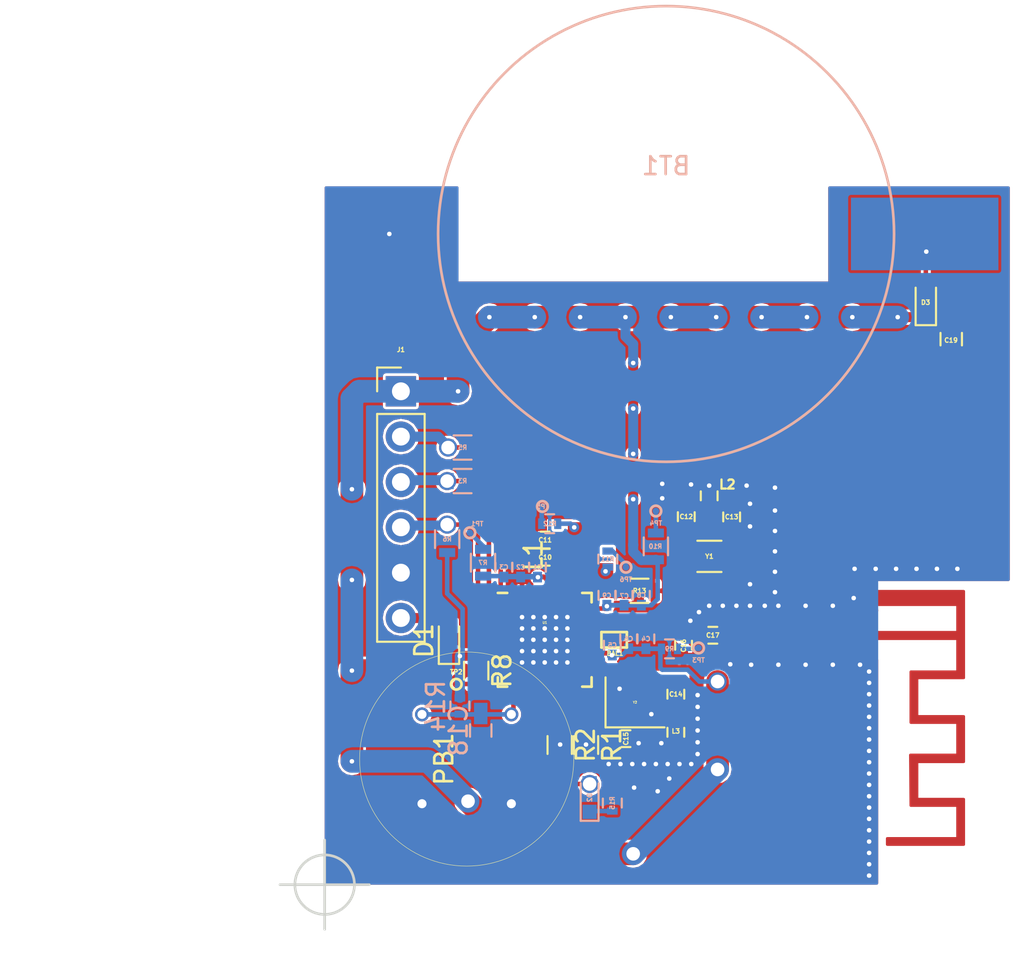
<source format=kicad_pcb>
(kicad_pcb (version 4) (host pcbnew 4.0.5)
  (layers (0 F.Cu signal) (31 B.Cu signal) (34 B.Paste user) (35 F.Paste user) (36 B.SilkS user) (37 F.SilkS user) (38 B.Mask user) (39 F.Mask user) (44 Edge.Cuts user))
  (net 0 "")
  (net 1 GND)
  (net 2 +3V3)
  (net 3 DIO10)
  (net 4 DIO9)
  (net 5 RESET)
  (net 6 DIO3)
  (net 7 ANATEST1)
  (net 8 ADC1)
  (net 9 ADC2)
  (net 10 "Net-(C13-Pad2)")
  (net 11 "Net-(C1-Pad1)")
  (net 12 "Net-(C14-Pad2)")
  (net 13 "Net-(C15-Pad2)")
  (net 14 RF0)
  (net 15 RF1)
  (net 16 "Net-(L1-Pad1)")
  (net 17 "Net-(BT1-Pad1)")
  (net 18 "Net-(U1-Pad3)")
  (net 19 "Net-(U1-Pad5)")
  (net 20 "Net-(U1-Pad7)")
  (net 21 "Net-(U1-Pad8)")
  (net 22 "Net-(U1-Pad10)")
  (net 23 "Net-(U1-Pad11)")
  (net 24 "Net-(U1-Pad12)")
  (net 25 "Net-(U1-Pad13)")
  (net 26 "Net-(U1-Pad29)")
  (net 27 "Net-(U1-Pad30)")
  (net 28 "Net-(U1-Pad32)")
  (net 29 "Net-(BAL1-Pad3)")
  (net 30 "Net-(C10-Pad1)")
  (net 31 "Net-(C12-Pad1)")
  (net 32 "Net-(C12-Pad2)")
  (net 33 "Net-(C14-Pad1)")
  (net 34 "Net-(D1-Pad2)")
  (net 35 "Net-(D2-Pad1)")
  (net 36 DIO7)
  (net 37 "Net-(R7-Pad2)")
  (net 38 "Net-(R8-Pad2)")
  (net 39 "Net-(R9-Pad2)")
  (net 40 "Net-(R10-Pad2)")
  (net 41 "Net-(R11-Pad2)")
  (net 42 "Net-(R12-Pad1)")
  (module Batteries:SMD_CoinCell (layer B.Cu) (at 128.4605 81.534)
    (fp_text reference BT1 (at 0 -3.81) (layer B.SilkS) (effects (justify mirror)))
    (fp_text value Battery_Cell)
    (pad 2 smd rect (at -15.494 0) (size 5.715 4.064) (layers B.Cu B.Paste B.Mask) (net 1 GND))
    (pad 1 connect rect (at 14.478 0) (size 8.255 4.064) (layers B.Cu B.Mask) (net 17 "Net-(BT1-Pad1)"))
  )
  (module Miscellaneous:Via_Stitch_Dia0.356mm_Drill0.254mm (layer F.Cu) (at 132.0546 105.6386)
    (fp_text reference REF** hide)
    (fp_text value Via_Stitch_Dia0.356mm_Drill0.254mm)
    (pad 1 thru_hole circle (at 0 0) (size 0.356 0.356) (drill 0.254) (layers *.Cu) (net 1 GND))
  )
  (module Miscellaneous:Via_Stitch_Dia0.356mm_Drill0.254mm (layer B.Cu) (at 130.2258 108.0262)
    (fp_text reference REF** hide)
    (fp_text value Via_Stitch_Dia0.356mm_Drill0.254mm)
    (pad 1 thru_hole circle (at 0 0) (size 0.356 0.356) (drill 0.254) (layers *.Cu) (net 1 GND))
  )
  (module Miscellaneous:Via_Stitch_Dia0.356mm_Drill0.254mm (layer B.Cu) (at 130.2258 107.3658 90)
    (fp_text reference REF** hide)
    (fp_text value Via_Stitch_Dia0.356mm_Drill0.254mm)
    (pad 1 thru_hole circle (at 0 0 90) (size 0.356 0.356) (drill 0.254) (layers *.Cu) (net 1 GND))
  )
  (module Miscellaneous:Via_Stitch_Dia0.356mm_Drill0.254mm (layer B.Cu) (at 130.2258 108.6866)
    (fp_text reference REF** hide)
    (fp_text value Via_Stitch_Dia0.356mm_Drill0.254mm)
    (pad 1 thru_hole circle (at 0 0) (size 0.356 0.356) (drill 0.254) (layers *.Cu) (net 1 GND))
  )
  (module Miscellaneous:Via_Stitch_Dia0.356mm_Drill0.254mm (layer B.Cu) (at 139.827 112.395 90)
    (fp_text reference REF** hide)
    (fp_text value Via_Stitch_Dia0.356mm_Drill0.254mm)
    (pad 1 thru_hole circle (at 0 0 90) (size 0.356 0.356) (drill 0.254) (layers *.Cu) (net 1 GND))
  )
  (module Miscellaneous:Via_Stitch_Dia0.356mm_Drill0.254mm (layer B.Cu) (at 139.827 109.855 90)
    (fp_text reference REF** hide)
    (fp_text value Via_Stitch_Dia0.356mm_Drill0.254mm)
    (pad 1 thru_hole circle (at 0 0 90) (size 0.356 0.356) (drill 0.254) (layers *.Cu) (net 1 GND))
  )
  (module Miscellaneous:Via_Stitch_Dia0.356mm_Drill0.254mm (layer B.Cu) (at 139.827 106.68 90)
    (fp_text reference REF** hide)
    (fp_text value Via_Stitch_Dia0.356mm_Drill0.254mm)
    (pad 1 thru_hole circle (at 0 0 90) (size 0.356 0.356) (drill 0.254) (layers *.Cu) (net 1 GND))
  )
  (module Miscellaneous:Via_Stitch_Dia0.356mm_Drill0.254mm (layer B.Cu) (at 139.827 106.045 90)
    (fp_text reference REF** hide)
    (fp_text value Via_Stitch_Dia0.356mm_Drill0.254mm)
    (pad 1 thru_hole circle (at 0 0 90) (size 0.356 0.356) (drill 0.254) (layers *.Cu) (net 1 GND))
  )
  (module Miscellaneous:Via_Stitch_Dia0.356mm_Drill0.254mm (layer B.Cu) (at 139.827 109.22 90)
    (fp_text reference REF** hide)
    (fp_text value Via_Stitch_Dia0.356mm_Drill0.254mm)
    (pad 1 thru_hole circle (at 0 0 90) (size 0.356 0.356) (drill 0.254) (layers *.Cu) (net 1 GND))
  )
  (module Miscellaneous:Via_Stitch_Dia0.356mm_Drill0.254mm (layer B.Cu) (at 139.827 111.125 90)
    (fp_text reference REF** hide)
    (fp_text value Via_Stitch_Dia0.356mm_Drill0.254mm)
    (pad 1 thru_hole circle (at 0 0 90) (size 0.356 0.356) (drill 0.254) (layers *.Cu) (net 1 GND))
  )
  (module Miscellaneous:Via_Stitch_Dia0.356mm_Drill0.254mm (layer B.Cu) (at 139.827 111.76 90)
    (fp_text reference REF** hide)
    (fp_text value Via_Stitch_Dia0.356mm_Drill0.254mm)
    (pad 1 thru_hole circle (at 0 0 90) (size 0.356 0.356) (drill 0.254) (layers *.Cu) (net 1 GND))
  )
  (module Miscellaneous:Via_Stitch_Dia0.356mm_Drill0.254mm (layer B.Cu) (at 139.827 108.585 90)
    (fp_text reference REF** hide)
    (fp_text value Via_Stitch_Dia0.356mm_Drill0.254mm)
    (pad 1 thru_hole circle (at 0 0 90) (size 0.356 0.356) (drill 0.254) (layers *.Cu) (net 1 GND))
  )
  (module Miscellaneous:Via_Stitch_Dia0.356mm_Drill0.254mm (layer B.Cu) (at 139.827 107.315 90)
    (fp_text reference REF** hide)
    (fp_text value Via_Stitch_Dia0.356mm_Drill0.254mm)
    (pad 1 thru_hole circle (at 0 0 90) (size 0.356 0.356) (drill 0.254) (layers *.Cu) (net 1 GND))
  )
  (module Miscellaneous:Via_Stitch_Dia0.356mm_Drill0.254mm (layer B.Cu) (at 139.827 107.95 90)
    (fp_text reference REF** hide)
    (fp_text value Via_Stitch_Dia0.356mm_Drill0.254mm)
    (pad 1 thru_hole circle (at 0 0 90) (size 0.356 0.356) (drill 0.254) (layers *.Cu) (net 1 GND))
  )
  (module Miscellaneous:Via_Stitch_Dia0.356mm_Drill0.254mm (layer B.Cu) (at 139.827 110.49 90)
    (fp_text reference REF** hide)
    (fp_text value Via_Stitch_Dia0.356mm_Drill0.254mm)
    (pad 1 thru_hole circle (at 0 0 90) (size 0.356 0.356) (drill 0.254) (layers *.Cu) (net 1 GND))
  )
  (module Miscellaneous:Via_Stitch_Dia0.356mm_Drill0.254mm (layer B.Cu) (at 130.2258 110.6678 90)
    (fp_text reference REF** hide)
    (fp_text value Via_Stitch_Dia0.356mm_Drill0.254mm)
    (pad 1 thru_hole circle (at 0 0 90) (size 0.356 0.356) (drill 0.254) (layers *.Cu) (net 1 GND))
  )
  (module Miscellaneous:Via_Stitch_Dia0.356mm_Drill0.254mm (layer B.Cu) (at 139.827 113.665 90)
    (fp_text reference REF** hide)
    (fp_text value Via_Stitch_Dia0.356mm_Drill0.254mm)
    (pad 1 thru_hole circle (at 0 0 90) (size 0.356 0.356) (drill 0.254) (layers *.Cu) (net 1 GND))
  )
  (module Miscellaneous:Via_Stitch_Dia0.356mm_Drill0.254mm (layer B.Cu) (at 125.9078 111.2266 90)
    (fp_text reference REF** hide)
    (fp_text value Via_Stitch_Dia0.356mm_Drill0.254mm)
    (pad 1 thru_hole circle (at 0 0 90) (size 0.356 0.356) (drill 0.254) (layers *.Cu) (net 1 GND))
  )
  (module Miscellaneous:Via_Stitch_Dia0.356mm_Drill0.254mm (layer B.Cu) (at 139.827 113.03 90)
    (fp_text reference REF** hide)
    (fp_text value Via_Stitch_Dia0.356mm_Drill0.254mm)
    (pad 1 thru_hole circle (at 0 0 90) (size 0.356 0.356) (drill 0.254) (layers *.Cu) (net 1 GND))
  )
  (module Miscellaneous:Via_Stitch_Dia0.356mm_Drill0.254mm (layer B.Cu) (at 127.889 111.2266 90)
    (fp_text reference REF** hide)
    (fp_text value Via_Stitch_Dia0.356mm_Drill0.254mm)
    (pad 1 thru_hole circle (at 0 0 90) (size 0.356 0.356) (drill 0.254) (layers *.Cu) (net 1 GND))
  )
  (module Miscellaneous:Via_Stitch_Dia0.356mm_Drill0.254mm (layer B.Cu) (at 130.302 102.7176 90)
    (fp_text reference REF** hide)
    (fp_text value Via_Stitch_Dia0.356mm_Drill0.254mm)
    (pad 1 thru_hole circle (at 0 0 90) (size 0.356 0.356) (drill 0.254) (layers *.Cu) (net 1 GND))
  )
  (module Miscellaneous:Via_Stitch_Dia0.356mm_Drill0.254mm (layer B.Cu) (at 128.2446 95.5294 90)
    (fp_text reference REF** hide)
    (fp_text value Via_Stitch_Dia0.356mm_Drill0.254mm)
    (pad 1 thru_hole circle (at 0 0 90) (size 0.356 0.356) (drill 0.254) (layers *.Cu) (net 1 GND))
  )
  (module Miscellaneous:Via_Stitch_Dia0.356mm_Drill0.254mm (layer B.Cu) (at 128.5494 111.2266 90)
    (fp_text reference REF** hide)
    (fp_text value Via_Stitch_Dia0.356mm_Drill0.254mm)
    (pad 1 thru_hole circle (at 0 0 90) (size 0.356 0.356) (drill 0.254) (layers *.Cu) (net 1 GND))
  )
  (module Miscellaneous:Via_Stitch_Dia0.356mm_Drill0.254mm (layer B.Cu) (at 126.5682 111.2266 90)
    (fp_text reference REF** hide)
    (fp_text value Via_Stitch_Dia0.356mm_Drill0.254mm)
    (pad 1 thru_hole circle (at 0 0 90) (size 0.356 0.356) (drill 0.254) (layers *.Cu) (net 1 GND))
  )
  (module Miscellaneous:Via_Stitch_Dia0.356mm_Drill0.254mm (layer B.Cu) (at 127.2286 111.2266 90)
    (fp_text reference REF** hide)
    (fp_text value Via_Stitch_Dia0.356mm_Drill0.254mm)
    (pad 1 thru_hole circle (at 0 0 90) (size 0.356 0.356) (drill 0.254) (layers *.Cu) (net 1 GND))
  )
  (module Miscellaneous:Via_Stitch_Dia0.356mm_Drill0.254mm (layer B.Cu) (at 129.2098 111.2266 90)
    (fp_text reference REF** hide)
    (fp_text value Via_Stitch_Dia0.356mm_Drill0.254mm)
    (pad 1 thru_hole circle (at 0 0 90) (size 0.356 0.356) (drill 0.254) (layers *.Cu) (net 1 GND))
  )
  (module Miscellaneous:Via_Stitch_Dia0.356mm_Drill0.254mm (layer B.Cu) (at 130.2258 109.347 90)
    (fp_text reference REF** hide)
    (fp_text value Via_Stitch_Dia0.356mm_Drill0.254mm)
    (pad 1 thru_hole circle (at 0 0 90) (size 0.356 0.356) (drill 0.254) (layers *.Cu) (net 1 GND))
  )
  (module Miscellaneous:Via_Stitch_Dia0.356mm_Drill0.254mm (layer F.Cu) (at 125.2474 111.2266 270)
    (fp_text reference REF** hide)
    (fp_text value Via_Stitch_Dia0.356mm_Drill0.254mm)
    (pad 1 thru_hole circle (at 0 0 270) (size 0.356 0.356) (drill 0.254) (layers *.Cu) (net 1 GND))
  )
  (module Miscellaneous:Via_Stitch_Dia0.356mm_Drill0.254mm (layer B.Cu) (at 139.827 114.3 90)
    (fp_text reference REF** hide)
    (fp_text value Via_Stitch_Dia0.356mm_Drill0.254mm)
    (pad 1 thru_hole circle (at 0 0 90) (size 0.356 0.356) (drill 0.254) (layers *.Cu) (net 1 GND))
  )
  (module Miscellaneous:Via_Stitch_Dia0.356mm_Drill0.254mm (layer B.Cu) (at 139.827 114.935 90)
    (fp_text reference REF** hide)
    (fp_text value Via_Stitch_Dia0.356mm_Drill0.254mm)
    (pad 1 thru_hole circle (at 0 0 90) (size 0.356 0.356) (drill 0.254) (layers *.Cu) (net 1 GND))
  )
  (module Miscellaneous:Via_Stitch_Dia0.356mm_Drill0.254mm (layer B.Cu) (at 123.9774 110.1344 90)
    (fp_text reference REF** hide)
    (fp_text value Via_Stitch_Dia0.356mm_Drill0.254mm)
    (pad 1 thru_hole circle (at 0 0 90) (size 0.356 0.356) (drill 0.254) (layers *.Cu) (net 1 GND))
  )
  (module Miscellaneous:Via_Stitch_Dia0.356mm_Drill0.254mm (layer B.Cu) (at 139.827 116.205 90)
    (fp_text reference REF** hide)
    (fp_text value Via_Stitch_Dia0.356mm_Drill0.254mm)
    (pad 1 thru_hole circle (at 0 0 90) (size 0.356 0.356) (drill 0.254) (layers *.Cu) (net 1 GND))
  )
  (module Miscellaneous:Via_Stitch_Dia0.356mm_Drill0.254mm (layer B.Cu) (at 139.827 116.84 90)
    (fp_text reference REF** hide)
    (fp_text value Via_Stitch_Dia0.356mm_Drill0.254mm)
    (pad 1 thru_hole circle (at 0 0 90) (size 0.356 0.356) (drill 0.254) (layers *.Cu) (net 1 GND))
  )
  (module Miscellaneous:Via_Stitch_Dia0.356mm_Drill0.254mm (layer B.Cu) (at 129.8702 111.2266 90)
    (fp_text reference REF** hide)
    (fp_text value Via_Stitch_Dia0.356mm_Drill0.254mm)
    (pad 1 thru_hole circle (at 0 0 90) (size 0.356 0.356) (drill 0.254) (layers *.Cu) (net 1 GND))
  )
  (module Capacitors_SMD:C_0402 (layer B.Cu) (at 125.1458 101.7778 270)
    (fp_text reference C9 (at 0.0127 0 360) (layer B.SilkS) (effects (font (size 0.254 0.254) (thickness 0.0635)) (justify mirror)))
    (fp_text value 1000pF)
    (pad 1 smd rect (at -0.55 0 270) (size 0.6 0.5) (layers B.Cu B.Paste B.Mask) (net 1 GND))
    (pad 2 smd rect (at 0.55 0 270) (size 0.6 0.5) (layers B.Cu B.Paste B.Mask) (net 2 +3V3))
  )
  (module Capacitors_SMD:C_0402 (layer B.Cu) (at 126.111 101.7778 270)
    (fp_text reference C7 (at 0.0381 -0.0127 540) (layer B.SilkS) (effects (font (size 0.254 0.254) (thickness 0.0635)) (justify mirror)))
    (fp_text value 10pF)
    (pad 1 smd rect (at -0.55 0 270) (size 0.6 0.5) (layers B.Cu B.Paste B.Mask) (net 1 GND))
    (pad 2 smd rect (at 0.55 0 270) (size 0.6 0.5) (layers B.Cu B.Paste B.Mask) (net 2 +3V3))
  )
  (module Capacitors_SMD:C_0402 (layer B.Cu) (at 127.0762 101.7778 270)
    (fp_text reference C8 (at 0 0 360) (layer B.SilkS) (effects (font (size 0.254 0.254) (thickness 0.0635)) (justify mirror)))
    (fp_text value 1uF)
    (pad 1 smd rect (at -0.55 0 270) (size 0.6 0.5) (layers B.Cu B.Paste B.Mask) (net 1 GND))
    (pad 2 smd rect (at 0.55 0 270) (size 0.6 0.5) (layers B.Cu B.Paste B.Mask) (net 2 +3V3))
  )
  (module Miscellaneous:Via_Stitch_Dia0.356mm_Drill0.254mm (layer F.Cu) (at 112.9665 81.534)
    (fp_text reference REF** hide)
    (fp_text value Via_Stitch_Dia0.356mm_Drill0.254mm)
    (pad 1 thru_hole circle (at 0 0) (size 0.356 0.356) (drill 0.254) (layers *.Cu) (net 1 GND))
  )
  (module Miscellaneous:Via_Stitch_Dia0.356mm_Drill0.254mm (layer B.Cu) (at 139.319 105.664)
    (fp_text reference REF** hide)
    (fp_text value Via_Stitch_Dia0.356mm_Drill0.254mm)
    (pad 1 thru_hole circle (at 0 0) (size 0.356 0.356) (drill 0.254) (layers *.Cu) (net 1 GND))
  )
  (module Miscellaneous:Via_Stitch_Dia0.356mm_Drill0.254mm (layer B.Cu) (at 139.0142 100.2919)
    (fp_text reference REF** hide)
    (fp_text value Via_Stitch_Dia0.356mm_Drill0.254mm)
    (pad 1 thru_hole circle (at 0 0) (size 0.356 0.356) (drill 0.254) (layers *.Cu) (net 1 GND))
  )
  (module Miscellaneous:Via_Stitch_Dia0.356mm_Drill0.254mm (layer B.Cu) (at 137.795 102.362)
    (fp_text reference REF** hide)
    (fp_text value Via_Stitch_Dia0.356mm_Drill0.254mm)
    (pad 1 thru_hole circle (at 0 0) (size 0.356 0.356) (drill 0.254) (layers *.Cu) (net 1 GND))
  )
  (module Miscellaneous:Via_Stitch_Dia0.356mm_Drill0.254mm (layer B.Cu) (at 136.271 102.362)
    (fp_text reference REF** hide)
    (fp_text value Via_Stitch_Dia0.356mm_Drill0.254mm)
    (pad 1 thru_hole circle (at 0 0) (size 0.356 0.356) (drill 0.254) (layers *.Cu) (net 1 GND))
  )
  (module Miscellaneous:Via_Stitch_Dia0.356mm_Drill0.254mm (layer B.Cu) (at 134.747 102.362)
    (fp_text reference REF** hide)
    (fp_text value Via_Stitch_Dia0.356mm_Drill0.254mm)
    (pad 1 thru_hole circle (at 0 0) (size 0.356 0.356) (drill 0.254) (layers *.Cu) (net 1 GND))
  )
  (module Miscellaneous:Via_Stitch_Dia0.356mm_Drill0.254mm (layer B.Cu) (at 133.985 102.362)
    (fp_text reference REF** hide)
    (fp_text value Via_Stitch_Dia0.356mm_Drill0.254mm)
    (pad 1 thru_hole circle (at 0 0) (size 0.356 0.356) (drill 0.254) (layers *.Cu) (net 1 GND))
  )
  (module Miscellaneous:Via_Stitch_Dia0.356mm_Drill0.254mm (layer B.Cu) (at 133.1595 102.362)
    (fp_text reference REF** hide)
    (fp_text value Via_Stitch_Dia0.356mm_Drill0.254mm)
    (pad 1 thru_hole circle (at 0 0) (size 0.356 0.356) (drill 0.254) (layers *.Cu) (net 1 GND))
  )
  (module Miscellaneous:Via_Stitch_Dia0.356mm_Drill0.254mm (layer B.Cu) (at 132.3975 102.362)
    (fp_text reference REF** hide)
    (fp_text value Via_Stitch_Dia0.356mm_Drill0.254mm)
    (pad 1 thru_hole circle (at 0 0) (size 0.356 0.356) (drill 0.254) (layers *.Cu) (net 1 GND))
  )
  (module Miscellaneous:Via_Stitch_Dia0.356mm_Drill0.254mm (layer B.Cu) (at 133.1595 101.1555)
    (fp_text reference REF** hide)
    (fp_text value Via_Stitch_Dia0.356mm_Drill0.254mm)
    (pad 1 thru_hole circle (at 0 0) (size 0.356 0.356) (drill 0.254) (layers *.Cu) (net 1 GND))
  )
  (module Miscellaneous:Via_Stitch_Dia0.356mm_Drill0.254mm (layer B.Cu) (at 133.1595 97.917)
    (fp_text reference REF** hide)
    (fp_text value Via_Stitch_Dia0.356mm_Drill0.254mm)
    (pad 1 thru_hole circle (at 0 0) (size 0.356 0.356) (drill 0.254) (layers *.Cu) (net 1 GND))
  )
  (module Miscellaneous:Via_Stitch_Dia0.356mm_Drill0.254mm (layer B.Cu) (at 133.1595 96.647)
    (fp_text reference REF** hide)
    (fp_text value Via_Stitch_Dia0.356mm_Drill0.254mm)
    (pad 1 thru_hole circle (at 0 0) (size 0.356 0.356) (drill 0.254) (layers *.Cu) (net 1 GND))
  )
  (module Miscellaneous:Via_Stitch_Dia0.356mm_Drill0.254mm (layer B.Cu) (at 132.969 95.631)
    (fp_text reference REF** hide)
    (fp_text value Via_Stitch_Dia0.356mm_Drill0.254mm)
    (pad 1 thru_hole circle (at 0 0) (size 0.356 0.356) (drill 0.254) (layers *.Cu) (net 1 GND))
  )
  (module Miscellaneous:Via_Stitch_Dia0.356mm_Drill0.254mm (layer B.Cu) (at 129.8575 95.5675)
    (fp_text reference REF** hide)
    (fp_text value Via_Stitch_Dia0.356mm_Drill0.254mm)
    (pad 1 thru_hole circle (at 0 0) (size 0.356 0.356) (drill 0.254) (layers *.Cu) (net 1 GND))
  )
  (module Miscellaneous:Via_Stitch_Dia0.356mm_Drill0.254mm (layer F.Cu) (at 144.7673 100.2919)
    (fp_text reference REF** hide)
    (fp_text value Via_Stitch_Dia0.356mm_Drill0.254mm)
    (pad 1 thru_hole circle (at 0 0) (size 0.356 0.356) (drill 0.254) (layers *.Cu) (net 1 GND))
  )
  (module Miscellaneous:Via_Stitch_Dia0.356mm_Drill0.254mm (layer F.Cu) (at 129.8194 103.2002)
    (fp_text reference REF** hide)
    (fp_text value Via_Stitch_Dia0.356mm_Drill0.254mm)
    (pad 1 thru_hole circle (at 0 0) (size 0.356 0.356) (drill 0.254) (layers *.Cu) (net 1 GND))
  )
  (module Miscellaneous:Via_Stitch_Dia0.356mm_Drill0.254mm (layer F.Cu) (at 143.6243 100.2919)
    (fp_text reference REF** hide)
    (fp_text value Via_Stitch_Dia0.356mm_Drill0.254mm)
    (pad 1 thru_hole circle (at 0 0) (size 0.356 0.356) (drill 0.254) (layers *.Cu) (net 1 GND))
  )
  (module Miscellaneous:Via_Stitch_Dia0.356mm_Drill0.254mm (layer F.Cu) (at 142.4813 100.2919)
    (fp_text reference REF** hide)
    (fp_text value Via_Stitch_Dia0.356mm_Drill0.254mm)
    (pad 1 thru_hole circle (at 0 0) (size 0.356 0.356) (drill 0.254) (layers *.Cu) (net 1 GND))
  )
  (module Miscellaneous:Via_Stitch_Dia0.356mm_Drill0.254mm (layer F.Cu) (at 141.3383 100.2919)
    (fp_text reference REF** hide)
    (fp_text value Via_Stitch_Dia0.356mm_Drill0.254mm)
    (pad 1 thru_hole circle (at 0 0) (size 0.356 0.356) (drill 0.254) (layers *.Cu) (net 1 GND))
  )
  (module Miscellaneous:Via_Stitch_Dia0.356mm_Drill0.254mm (layer F.Cu) (at 133.223 105.664)
    (fp_text reference REF** hide)
    (fp_text value Via_Stitch_Dia0.356mm_Drill0.254mm)
    (pad 1 thru_hole circle (at 0 0) (size 0.356 0.356) (drill 0.254) (layers *.Cu) (net 1 GND))
  )
  (module Miscellaneous:Via_Stitch_Dia0.356mm_Drill0.254mm (layer F.Cu) (at 137.795 105.664)
    (fp_text reference REF** hide)
    (fp_text value Via_Stitch_Dia0.356mm_Drill0.254mm)
    (pad 1 thru_hole circle (at 0 0) (size 0.356 0.356) (drill 0.254) (layers *.Cu) (net 1 GND))
  )
  (module Miscellaneous:Via_Stitch_Dia0.356mm_Drill0.254mm (layer F.Cu) (at 136.271 105.664)
    (fp_text reference REF** hide)
    (fp_text value Via_Stitch_Dia0.356mm_Drill0.254mm)
    (pad 1 thru_hole circle (at 0 0) (size 0.356 0.356) (drill 0.254) (layers *.Cu) (net 1 GND))
  )
  (module Miscellaneous:Via_Stitch_Dia0.356mm_Drill0.254mm (layer F.Cu) (at 134.747 105.664)
    (fp_text reference REF** hide)
    (fp_text value Via_Stitch_Dia0.356mm_Drill0.254mm)
    (pad 1 thru_hole circle (at 0 0) (size 0.356 0.356) (drill 0.254) (layers *.Cu) (net 1 GND))
  )
  (module Miscellaneous:Via_Stitch_Dia0.356mm_Drill0.254mm (layer F.Cu) (at 122.5296 110.1344)
    (fp_text reference REF** hide)
    (fp_text value Via_Stitch_Dia0.356mm_Drill0.254mm)
    (pad 1 thru_hole circle (at 0 0) (size 0.356 0.356) (drill 0.254) (layers *.Cu) (net 1 GND))
  )
  (module Miscellaneous:Via_Stitch_Dia0.356mm_Drill0.254mm (layer B.Cu) (at 127.635 108.4326)
    (fp_text reference REF** hide)
    (fp_text value Via_Stitch_Dia0.356mm_Drill0.254mm)
    (pad 1 thru_hole circle (at 0 0) (size 0.356 0.356) (drill 0.254) (layers *.Cu) (net 1 GND))
  )
  (module Miscellaneous:Via_Stitch_Dia0.356mm_Drill0.254mm (layer B.Cu) (at 125.857 107.0102)
    (fp_text reference REF** hide)
    (fp_text value Via_Stitch_Dia0.356mm_Drill0.254mm)
    (pad 1 thru_hole circle (at 0 0) (size 0.356 0.356) (drill 0.254) (layers *.Cu) (net 1 GND))
  )
  (module Miscellaneous:Via_Stitch_Dia0.356mm_Drill0.254mm (layer B.Cu) (at 126.6698 112.5474)
    (fp_text reference REF** hide)
    (fp_text value Via_Stitch_Dia0.356mm_Drill0.254mm)
    (pad 1 thru_hole circle (at 0 0) (size 0.356 0.356) (drill 0.254) (layers *.Cu) (net 1 GND))
  )
  (module Miscellaneous:Via_Stitch_Dia0.356mm_Drill0.254mm (layer B.Cu) (at 128.1938 110.0582)
    (fp_text reference REF** hide)
    (fp_text value Via_Stitch_Dia0.356mm_Drill0.254mm)
    (pad 1 thru_hole circle (at 0 0) (size 0.356 0.356) (drill 0.254) (layers *.Cu) (net 1 GND))
  )
  (module Miscellaneous:Via_Stitch_Dia0.356mm_Drill0.254mm (layer B.Cu) (at 127.9906 112.7506)
    (fp_text reference REF** hide)
    (fp_text value Via_Stitch_Dia0.356mm_Drill0.254mm)
    (pad 1 thru_hole circle (at 0 0) (size 0.356 0.356) (drill 0.254) (layers *.Cu) (net 1 GND))
  )
  (module Miscellaneous:Via_Stitch_Dia0.356mm_Drill0.254mm (layer B.Cu) (at 128.6383 112.0394)
    (fp_text reference REF** hide)
    (fp_text value Via_Stitch_Dia0.356mm_Drill0.254mm)
    (pad 1 thru_hole circle (at 0 0) (size 0.356 0.356) (drill 0.254) (layers *.Cu) (net 1 GND))
  )
  (module Miscellaneous:Via_Stitch_Dia0.356mm_Drill0.254mm (layer B.Cu) (at 139.827 115.57 90)
    (fp_text reference REF** hide)
    (fp_text value Via_Stitch_Dia0.356mm_Drill0.254mm)
    (pad 1 thru_hole circle (at 0 0 90) (size 0.356 0.356) (drill 0.254) (layers *.Cu) (net 1 GND))
  )
  (module Miscellaneous:Via_Stitch_Dia0.356mm_Drill0.254mm (layer B.Cu) (at 126.9238 110.0582)
    (fp_text reference REF** hide)
    (fp_text value Via_Stitch_Dia0.356mm_Drill0.254mm)
    (pad 1 thru_hole circle (at 0 0) (size 0.356 0.356) (drill 0.254) (layers *.Cu) (net 1 GND))
  )
  (module Miscellaneous:Via_Stitch_Dia0.356mm_Drill0.254mm (layer B.Cu) (at 139.827 117.475 90)
    (fp_text reference REF** hide)
    (fp_text value Via_Stitch_Dia0.356mm_Drill0.254mm)
    (pad 1 thru_hole circle (at 0 0 90) (size 0.356 0.356) (drill 0.254) (layers *.Cu) (net 1 GND))
  )
  (module Miscellaneous:Via_Stitch_Dia0.356mm_Drill0.254mm (layer B.Cu) (at 130.2258 110.0074)
    (fp_text reference REF** hide)
    (fp_text value Via_Stitch_Dia0.356mm_Drill0.254mm)
    (pad 1 thru_hole circle (at 0 0) (size 0.356 0.356) (drill 0.254) (layers *.Cu) (net 1 GND))
  )
  (module Miscellaneous:Via_Stitch_Dia0.356mm_Drill0.254mm (layer B.Cu) (at 140.1953 100.2919)
    (fp_text reference REF** hide)
    (fp_text value Via_Stitch_Dia0.356mm_Drill0.254mm)
    (pad 1 thru_hole circle (at 0 0) (size 0.356 0.356) (drill 0.254) (layers *.Cu) (net 1 GND))
  )
  (module Miscellaneous:Via_Stitch_Dia0.356mm_Drill0.254mm (layer B.Cu) (at 134.5565 97.028)
    (fp_text reference REF** hide)
    (fp_text value Via_Stitch_Dia0.356mm_Drill0.254mm)
    (pad 1 thru_hole circle (at 0 0) (size 0.356 0.356) (drill 0.254) (layers *.Cu) (net 1 GND))
  )
  (module Miscellaneous:Via_Stitch_Dia0.356mm_Drill0.254mm (layer B.Cu) (at 134.5565 98.171)
    (fp_text reference REF** hide)
    (fp_text value Via_Stitch_Dia0.356mm_Drill0.254mm)
    (pad 1 thru_hole circle (at 0 0) (size 0.356 0.356) (drill 0.254) (layers *.Cu) (net 1 GND))
  )
  (module Miscellaneous:Via_Stitch_Dia0.356mm_Drill0.254mm (layer B.Cu) (at 134.5565 99.314)
    (fp_text reference REF** hide)
    (fp_text value Via_Stitch_Dia0.356mm_Drill0.254mm)
    (pad 1 thru_hole circle (at 0 0) (size 0.356 0.356) (drill 0.254) (layers *.Cu) (net 1 GND))
  )
  (module Miscellaneous:Via_Stitch_Dia0.356mm_Drill0.254mm (layer B.Cu) (at 134.5565 100.457)
    (fp_text reference REF** hide)
    (fp_text value Via_Stitch_Dia0.356mm_Drill0.254mm)
    (pad 1 thru_hole circle (at 0 0) (size 0.356 0.356) (drill 0.254) (layers *.Cu) (net 1 GND))
  )
  (module Miscellaneous:Via_Stitch_Dia0.356mm_Drill0.254mm (layer B.Cu) (at 134.5565 101.6)
    (fp_text reference REF** hide)
    (fp_text value Via_Stitch_Dia0.356mm_Drill0.254mm)
    (pad 1 thru_hole circle (at 0 0) (size 0.356 0.356) (drill 0.254) (layers *.Cu) (net 1 GND))
  )
  (module Miscellaneous:Via_Stitch_Dia0.356mm_Drill0.254mm (layer B.Cu) (at 131.6355 102.362)
    (fp_text reference REF** hide)
    (fp_text value Via_Stitch_Dia0.356mm_Drill0.254mm)
    (pad 1 thru_hole circle (at 0 0) (size 0.356 0.356) (drill 0.254) (layers *.Cu) (net 1 GND))
  )
  (module Miscellaneous:Via_Stitch_Dia0.356mm_Drill0.254mm (layer B.Cu) (at 130.8735 102.362)
    (fp_text reference REF** hide)
    (fp_text value Via_Stitch_Dia0.356mm_Drill0.254mm)
    (pad 1 thru_hole circle (at 0 0) (size 0.356 0.356) (drill 0.254) (layers *.Cu) (net 1 GND))
  )
  (module Miscellaneous:Via_Stitch_Dia0.356mm_Drill0.254mm (layer B.Cu) (at 130.8735 95.631)
    (fp_text reference REF** hide)
    (fp_text value Via_Stitch_Dia0.356mm_Drill0.254mm)
    (pad 1 thru_hole circle (at 0 0) (size 0.356 0.356) (drill 0.254) (layers *.Cu) (net 1 GND))
  )
  (module Miscellaneous:Via_Stitch_Dia0.356mm_Drill0.254mm (layer B.Cu) (at 134.5565 95.7453)
    (fp_text reference REF** hide)
    (fp_text value Via_Stitch_Dia0.356mm_Drill0.254mm)
    (pad 1 thru_hole circle (at 0 0) (size 0.356 0.356) (drill 0.254) (layers *.Cu) (net 1 GND))
  )
  (module Miscellaneous:Via_Stitch_Dia0.356mm_Drill0.254mm (layer B.Cu) (at 138.9634 101.9302)
    (fp_text reference REF** hide)
    (fp_text value Via_Stitch_Dia0.356mm_Drill0.254mm)
    (pad 1 thru_hole circle (at 0 0) (size 0.356 0.356) (drill 0.254) (layers *.Cu) (net 1 GND))
  )
  (module Miscellaneous:Via_Stitch_Dia0.356mm_Drill0.254mm (layer B.Cu) (at 128.2446 96.3422)
    (fp_text reference REF** hide)
    (fp_text value Via_Stitch_Dia0.356mm_Drill0.254mm)
    (pad 1 thru_hole circle (at 0 0) (size 0.356 0.356) (drill 0.254) (layers *.Cu) (net 1 GND))
  )
  (module Miscellaneous:Via_Stitch_Dia0.356mm_Drill0.254mm (layer F.Cu) (at 122.936 105.537)
    (fp_text reference REF** hide)
    (fp_text value Via_Stitch_Dia0.356mm_Drill0.254mm)
    (pad 1 thru_hole circle (at 0 0) (size 0.356 0.356) (drill 0.254) (layers *.Cu) (net 1 GND))
  )
  (module Miscellaneous:Via_Stitch_Dia0.356mm_Drill0.254mm (layer F.Cu) (at 122.301 105.537)
    (fp_text reference REF** hide)
    (fp_text value Via_Stitch_Dia0.356mm_Drill0.254mm)
    (pad 1 thru_hole circle (at 0 0) (size 0.356 0.356) (drill 0.254) (layers *.Cu) (net 1 GND))
  )
  (module Miscellaneous:Via_Stitch_Dia0.356mm_Drill0.254mm (layer F.Cu) (at 121.666 105.537)
    (fp_text reference REF** hide)
    (fp_text value Via_Stitch_Dia0.356mm_Drill0.254mm)
    (pad 1 thru_hole circle (at 0 0) (size 0.356 0.356) (drill 0.254) (layers *.Cu) (net 1 GND))
  )
  (module Miscellaneous:Via_Stitch_Dia0.356mm_Drill0.254mm (layer F.Cu) (at 121.031 105.537)
    (fp_text reference REF** hide)
    (fp_text value Via_Stitch_Dia0.356mm_Drill0.254mm)
    (pad 1 thru_hole circle (at 0 0) (size 0.356 0.356) (drill 0.254) (layers *.Cu) (net 1 GND))
  )
  (module Miscellaneous:Via_Stitch_Dia0.356mm_Drill0.254mm (layer F.Cu) (at 120.396 105.537)
    (fp_text reference REF** hide)
    (fp_text value Via_Stitch_Dia0.356mm_Drill0.254mm)
    (pad 1 thru_hole circle (at 0 0) (size 0.356 0.356) (drill 0.254) (layers *.Cu) (net 1 GND))
  )
  (module uCs:STBNRG1 (layer F.Cu) (at 121.666 104.267)
    (fp_text reference U1 (at 0.00508 -0.9652) (layer F.SilkS) (effects (font (size 0.127 0.127) (thickness 0.03175))))
    (fp_text value STBlueNRG-1)
    (pad 1 smd rect (at -2.4638 -1.75) (size 0.8255 0.254) (layers F.Cu F.Paste F.Mask) (net 3 DIO10))
    (pad 2 smd rect (at -2.4638 -1.25) (size 0.8255 0.254) (layers F.Cu F.Paste F.Mask) (net 4 DIO9))
    (pad 3 smd rect (at -2.4638 -0.75) (size 0.8255 0.254) (layers F.Cu F.Paste F.Mask) (net 18 "Net-(U1-Pad3)"))
    (pad 4 smd rect (at -2.4638 -0.25) (size 0.8255 0.254) (layers F.Cu F.Paste F.Mask) (net 36 DIO7))
    (pad 5 smd rect (at -2.4638 0.25) (size 0.8255 0.254) (layers F.Cu F.Paste F.Mask) (net 19 "Net-(U1-Pad5)"))
    (pad 6 smd rect (at -2.4638 0.75) (size 0.8255 0.254) (layers F.Cu F.Paste F.Mask) (net 2 +3V3))
    (pad 7 smd rect (at -2.4638 1.25) (size 0.8255 0.254) (layers F.Cu F.Paste F.Mask) (net 20 "Net-(U1-Pad7)"))
    (pad 8 smd rect (at -2.4638 1.75) (size 0.8255 0.254) (layers F.Cu F.Paste F.Mask) (net 21 "Net-(U1-Pad8)"))
    (pad 9 smd rect (at -1.75 2.4638 90) (size 0.8255 0.254) (layers F.Cu F.Paste F.Mask) (net 6 DIO3))
    (pad 10 smd rect (at -1.25 2.4638 90) (size 0.8255 0.254) (layers F.Cu F.Paste F.Mask) (net 22 "Net-(U1-Pad10)"))
    (pad 11 smd rect (at -0.75 2.4638 90) (size 0.8255 0.254) (layers F.Cu F.Paste F.Mask) (net 23 "Net-(U1-Pad11)"))
    (pad 12 smd rect (at -0.25 2.4638 90) (size 0.8255 0.254) (layers F.Cu F.Paste F.Mask) (net 24 "Net-(U1-Pad12)"))
    (pad 13 smd rect (at 0.25 2.4638 90) (size 0.8255 0.254) (layers F.Cu F.Paste F.Mask) (net 25 "Net-(U1-Pad13)"))
    (pad 14 smd rect (at 0.75 2.4638 90) (size 0.8255 0.254) (layers F.Cu F.Paste F.Mask) (net 7 ANATEST1))
    (pad 15 smd rect (at 1.25 2.4638 90) (size 0.8255 0.254) (layers F.Cu F.Paste F.Mask) (net 8 ADC1))
    (pad 16 smd rect (at 1.75 2.4638 90) (size 0.8255 0.254) (layers F.Cu F.Paste F.Mask) (net 9 ADC2))
    (pad 17 smd rect (at 2.4638 1.75) (size 0.8255 0.254) (layers F.Cu F.Paste F.Mask) (net 13 "Net-(C15-Pad2)"))
    (pad 18 smd rect (at 2.4638 1.25) (size 0.8255 0.254) (layers F.Cu F.Paste F.Mask) (net 12 "Net-(C14-Pad2)"))
    (pad 19 smd rect (at 2.4638 0.75) (size 0.8255 0.254) (layers F.Cu F.Paste F.Mask) (net 2 +3V3))
    (pad 20 smd rect (at 2.4638 0.25) (size 0.8255 0.254) (layers F.Cu F.Paste F.Mask) (net 15 RF1))
    (pad 21 smd rect (at 2.4638 -0.25) (size 0.8255 0.254) (layers F.Cu F.Paste F.Mask) (net 14 RF0))
    (pad 22 smd rect (at 2.4638 -0.75) (size 0.8255 0.254) (layers F.Cu F.Paste F.Mask) (net 10 "Net-(C13-Pad2)"))
    (pad 23 smd rect (at 2.4638 -1.25) (size 0.8255 0.254) (layers F.Cu F.Paste F.Mask) (net 32 "Net-(C12-Pad2)"))
    (pad 24 smd rect (at 2.4638 -1.75) (size 0.8255 0.254) (layers F.Cu F.Paste F.Mask) (net 2 +3V3))
    (pad 25 smd rect (at 1.75 -2.4638 90) (size 0.8255 0.254) (layers F.Cu F.Paste F.Mask) (net 5 RESET))
    (pad 26 smd rect (at 1.25 -2.4638 90) (size 0.8255 0.254) (layers F.Cu F.Paste F.Mask) (net 16 "Net-(L1-Pad1)"))
    (pad 27 smd rect (at 0.75 -2.4638 90) (size 0.8255 0.254) (layers F.Cu F.Paste F.Mask) (net 30 "Net-(C10-Pad1)"))
    (pad 28 smd rect (at 0.25 -2.4638 90) (size 0.8255 0.254) (layers F.Cu F.Paste F.Mask) (net 11 "Net-(C1-Pad1)"))
    (pad 29 smd rect (at -0.25 -2.4638 90) (size 0.8255 0.254) (layers F.Cu F.Paste F.Mask) (net 26 "Net-(U1-Pad29)"))
    (pad 30 smd rect (at -0.75 -2.4638 90) (size 0.8255 0.254) (layers F.Cu F.Paste F.Mask) (net 27 "Net-(U1-Pad30)"))
    (pad 31 smd rect (at -1.27 -2.2352 90) (size 1.27 0.254) (layers F.Cu F.Paste F.Mask) (net 1 GND))
    (pad 32 smd rect (at -1.75 -2.4638 90) (size 0.8255 0.254) (layers F.Cu F.Paste F.Mask) (net 28 "Net-(U1-Pad32)"))
    (pad 33 smd rect (at 0.8625 0.8625) (size 1.725 1.725) (layers F.Cu F.Paste F.Mask) (net 1 GND))
    (pad 33 smd rect (at 0.8625 -0.8625) (size 1.725 1.725) (layers F.Cu F.Paste F.Mask) (net 1 GND))
    (pad 33 smd rect (at -0.8625 0.8625) (size 1.725 1.725) (layers F.Cu F.Paste F.Mask) (net 1 GND))
    (pad 33 smd rect (at -0.8625 -0.8625) (size 1.725 1.725) (layers F.Cu F.Paste F.Mask) (net 1 GND))
  )
  (module Miscellaneous:Via_Stitch_Dia0.356mm_Drill0.254mm (layer F.Cu) (at 120.396 104.902)
    (fp_text reference REF** hide)
    (fp_text value Via_Stitch_Dia0.356mm_Drill0.254mm)
    (pad 1 thru_hole circle (at 0 0) (size 0.356 0.356) (drill 0.254) (layers *.Cu) (net 1 GND))
  )
  (module Miscellaneous:Via_Stitch_Dia0.356mm_Drill0.254mm (layer F.Cu) (at 121.031 104.902)
    (fp_text reference REF** hide)
    (fp_text value Via_Stitch_Dia0.356mm_Drill0.254mm)
    (pad 1 thru_hole circle (at 0 0) (size 0.356 0.356) (drill 0.254) (layers *.Cu) (net 1 GND))
  )
  (module Miscellaneous:Via_Stitch_Dia0.356mm_Drill0.254mm (layer F.Cu) (at 121.666 104.902)
    (fp_text reference REF** hide)
    (fp_text value Via_Stitch_Dia0.356mm_Drill0.254mm)
    (pad 1 thru_hole circle (at 0 0) (size 0.356 0.356) (drill 0.254) (layers *.Cu) (net 1 GND))
  )
  (module Miscellaneous:Via_Stitch_Dia0.356mm_Drill0.254mm (layer F.Cu) (at 122.301 104.902)
    (fp_text reference REF** hide)
    (fp_text value Via_Stitch_Dia0.356mm_Drill0.254mm)
    (pad 1 thru_hole circle (at 0 0) (size 0.356 0.356) (drill 0.254) (layers *.Cu) (net 1 GND))
  )
  (module Miscellaneous:Via_Stitch_Dia0.356mm_Drill0.254mm (layer F.Cu) (at 122.936 104.902)
    (fp_text reference REF** hide)
    (fp_text value Via_Stitch_Dia0.356mm_Drill0.254mm)
    (pad 1 thru_hole circle (at 0 0) (size 0.356 0.356) (drill 0.254) (layers *.Cu) (net 1 GND))
  )
  (module Miscellaneous:Via_Stitch_Dia0.356mm_Drill0.254mm (layer F.Cu) (at 122.936 104.267)
    (fp_text reference REF** hide)
    (fp_text value Via_Stitch_Dia0.356mm_Drill0.254mm)
    (pad 1 thru_hole circle (at 0 0) (size 0.356 0.356) (drill 0.254) (layers *.Cu) (net 1 GND))
  )
  (module Miscellaneous:Via_Stitch_Dia0.356mm_Drill0.254mm (layer F.Cu) (at 122.301 104.267)
    (fp_text reference REF** hide)
    (fp_text value Via_Stitch_Dia0.356mm_Drill0.254mm)
    (pad 1 thru_hole circle (at 0 0) (size 0.356 0.356) (drill 0.254) (layers *.Cu) (net 1 GND))
  )
  (module Miscellaneous:Via_Stitch_Dia0.356mm_Drill0.254mm (layer F.Cu) (at 121.666 104.267)
    (fp_text reference REF** hide)
    (fp_text value Via_Stitch_Dia0.356mm_Drill0.254mm)
    (pad 1 thru_hole circle (at 0 0) (size 0.356 0.356) (drill 0.254) (layers *.Cu) (net 1 GND))
  )
  (module Miscellaneous:Via_Stitch_Dia0.356mm_Drill0.254mm (layer F.Cu) (at 121.031 104.267)
    (fp_text reference REF** hide)
    (fp_text value Via_Stitch_Dia0.356mm_Drill0.254mm)
    (pad 1 thru_hole circle (at 0 0) (size 0.356 0.356) (drill 0.254) (layers *.Cu) (net 1 GND))
  )
  (module Miscellaneous:Via_Stitch_Dia0.356mm_Drill0.254mm (layer F.Cu) (at 120.396 104.267)
    (fp_text reference REF** hide)
    (fp_text value Via_Stitch_Dia0.356mm_Drill0.254mm)
    (pad 1 thru_hole circle (at 0 0) (size 0.356 0.356) (drill 0.254) (layers *.Cu) (net 1 GND))
  )
  (module Miscellaneous:Via_Stitch_Dia0.356mm_Drill0.254mm (layer F.Cu) (at 120.396 103.632)
    (fp_text reference REF** hide)
    (fp_text value Via_Stitch_Dia0.356mm_Drill0.254mm)
    (pad 1 thru_hole circle (at 0 0) (size 0.356 0.356) (drill 0.254) (layers *.Cu) (net 1 GND))
  )
  (module Miscellaneous:Via_Stitch_Dia0.356mm_Drill0.254mm (layer F.Cu) (at 121.031 103.632)
    (fp_text reference REF** hide)
    (fp_text value Via_Stitch_Dia0.356mm_Drill0.254mm)
    (pad 1 thru_hole circle (at 0 0) (size 0.356 0.356) (drill 0.254) (layers *.Cu) (net 1 GND))
  )
  (module Miscellaneous:Via_Stitch_Dia0.356mm_Drill0.254mm (layer F.Cu) (at 121.666 103.632)
    (fp_text reference REF** hide)
    (fp_text value Via_Stitch_Dia0.356mm_Drill0.254mm)
    (pad 1 thru_hole circle (at 0 0) (size 0.356 0.356) (drill 0.254) (layers *.Cu) (net 1 GND))
  )
  (module Miscellaneous:Via_Stitch_Dia0.356mm_Drill0.254mm (layer F.Cu) (at 122.301 103.632)
    (fp_text reference REF** hide)
    (fp_text value Via_Stitch_Dia0.356mm_Drill0.254mm)
    (pad 1 thru_hole circle (at 0 0) (size 0.356 0.356) (drill 0.254) (layers *.Cu) (net 1 GND))
  )
  (module Miscellaneous:Via_Stitch_Dia0.356mm_Drill0.254mm (layer F.Cu) (at 122.936 103.632)
    (fp_text reference REF** hide)
    (fp_text value Via_Stitch_Dia0.356mm_Drill0.254mm)
    (pad 1 thru_hole circle (at 0 0) (size 0.356 0.356) (drill 0.254) (layers *.Cu) (net 1 GND))
  )
  (module Miscellaneous:Via_Stitch_Dia0.356mm_Drill0.254mm (layer F.Cu) (at 122.936 102.997)
    (fp_text reference REF** hide)
    (fp_text value Via_Stitch_Dia0.356mm_Drill0.254mm)
    (pad 1 thru_hole circle (at 0 0) (size 0.356 0.356) (drill 0.254) (layers *.Cu) (net 1 GND))
  )
  (module Miscellaneous:Via_Stitch_Dia0.356mm_Drill0.254mm (layer F.Cu) (at 122.301 102.997)
    (fp_text reference REF** hide)
    (fp_text value Via_Stitch_Dia0.356mm_Drill0.254mm)
    (pad 1 thru_hole circle (at 0 0) (size 0.356 0.356) (drill 0.254) (layers *.Cu) (net 1 GND))
  )
  (module Miscellaneous:Via_Stitch_Dia0.356mm_Drill0.254mm (layer F.Cu) (at 121.666 102.997)
    (fp_text reference REF** hide)
    (fp_text value Via_Stitch_Dia0.356mm_Drill0.254mm)
    (pad 1 thru_hole circle (at 0 0) (size 0.356 0.356) (drill 0.254) (layers *.Cu) (net 1 GND))
  )
  (module Miscellaneous:Via_Stitch_Dia0.356mm_Drill0.254mm (layer F.Cu) (at 121.031 102.997)
    (fp_text reference REF** hide)
    (fp_text value Via_Stitch_Dia0.356mm_Drill0.254mm)
    (pad 1 thru_hole circle (at 0 0) (size 0.356 0.356) (drill 0.254) (layers *.Cu) (net 1 GND))
  )
  (module Crystals:Crystal_SMD_2520-4pin_2.5x2.0mm (layer F.Cu) (at 126.7206 107.7722)
    (fp_text reference Y2 (at -0.00254 -0.00254) (layer F.SilkS) (effects (font (size 0.127 0.127) (thickness 0.03175))))
    (fp_text value "XTAL 16MHz")
    (pad 1 smd rect (at -0.875 0.7) (size 1.15 1) (layers F.Cu F.Paste F.Mask) (net 13 "Net-(C15-Pad2)"))
    (pad 2 smd rect (at 0.875 0.7) (size 1.15 1) (layers F.Cu F.Paste F.Mask) (net 1 GND))
    (pad 3 smd rect (at 0.875 -0.7) (size 1.15 1) (layers F.Cu F.Paste F.Mask) (net 12 "Net-(C14-Pad2)"))
    (pad 4 smd rect (at -0.875 -0.7) (size 1.15 1) (layers F.Cu F.Paste F.Mask) (net 1 GND))
  )
  (module Miscellaneous:Via_Stitch_Dia0.356mm_Drill0.254mm (layer F.Cu) (at 120.396 102.997)
    (fp_text reference REF** hide)
    (fp_text value "")
    (pad 1 thru_hole circle (at 0 0) (size 0.356 0.356) (drill 0.254) (layers *.Cu) (net 1 GND))
  )
  (module Capacitors_SMD:C_0402 (layer F.Cu) (at 132.1308 97.3836 270)
    (fp_text reference C13 (at 0 0 360) (layer F.SilkS) (effects (font (size 0.254 0.254) (thickness 0.0635))))
    (fp_text value 22pF)
    (pad 1 smd rect (at -0.55 0 270) (size 0.6 0.5) (layers F.Cu F.Paste F.Mask) (net 31 "Net-(C12-Pad1)"))
    (pad 2 smd rect (at 0.55 0 270) (size 0.6 0.5) (layers F.Cu F.Paste F.Mask) (net 10 "Net-(C13-Pad2)"))
  )
  (module Capacitors_SMD:C_0402 (layer F.Cu) (at 129.0066 107.315 90)
    (fp_text reference C14 (at 0 0 180) (layer F.SilkS) (effects (font (size 0.254 0.254) (thickness 0.0635))))
    (fp_text value 22pF)
    (pad 1 smd rect (at -0.55 0 90) (size 0.6 0.5) (layers F.Cu F.Paste F.Mask) (net 33 "Net-(C14-Pad1)"))
    (pad 2 smd rect (at 0.55 0 90) (size 0.6 0.5) (layers F.Cu F.Paste F.Mask) (net 12 "Net-(C14-Pad2)"))
  )
  (module Capacitors_SMD:C_0402 (layer F.Cu) (at 126.2126 109.8042 180)
    (fp_text reference C15 (at 0 0 270) (layer F.SilkS) (effects (font (size 0.254 0.254) (thickness 0.0635))))
    (fp_text value 18pF)
    (pad 1 smd rect (at -0.55 0 180) (size 0.6 0.5) (layers F.Cu F.Paste F.Mask) (net 1 GND))
    (pad 2 smd rect (at 0.55 0 180) (size 0.6 0.5) (layers F.Cu F.Paste F.Mask) (net 13 "Net-(C15-Pad2)"))
  )
  (module Miscellaneous:L_0402 (layer F.Cu) (at 130.8735 96.2025 90)
    (fp_text reference L2 (at 0.635 1.016 180) (layer F.SilkS) (effects (font (size 0.508 0.508) (thickness 0.127))))
    (fp_text value RFC)
    (pad 1 smd rect (at -0.55 0 90) (size 0.6 0.5) (layers F.Cu F.Paste F.Mask) (net 31 "Net-(C12-Pad1)"))
    (pad 2 smd rect (at 0.55 0 90) (size 0.6 0.5) (layers F.Cu F.Paste F.Mask) (net 1 GND))
  )
  (module Miscellaneous:L_0402 (layer F.Cu) (at 129.0066 109.4486 270)
    (fp_text reference L3 (at -0.0635 0 360) (layer F.SilkS) (effects (font (size 0.254 0.254) (thickness 0.0635))))
    (fp_text value RFC)
    (pad 1 smd rect (at -0.55 0 270) (size 0.6 0.5) (layers F.Cu F.Paste F.Mask) (net 33 "Net-(C14-Pad1)"))
    (pad 2 smd rect (at 0.55 0 270) (size 0.6 0.5) (layers F.Cu F.Paste F.Mask) (net 1 GND))
  )
  (module Miscellaneous:pb_basic (layer F.Cu) (at 117.2972 110.9472 270)
    (fp_text reference PB1 (at 0 1.27 270) (layer F.SilkS))
    (fp_text value pb_basic)
    (pad 4 thru_hole circle (at 2.5019 2.5019 270) (size 0.7874 0.7874) (drill 0.508) (layers *.Cu *.Mask) (net 1 GND))
    (pad 3 thru_hole circle (at -2.5019 2.5019 270) (size 0.7874 0.7874) (drill 0.508) (layers *.Cu *.Mask) (net 6 DIO3))
    (pad 1 thru_hole circle (at -2.5019 -2.5019 270) (size 0.7874 0.7874) (drill 0.508) (layers *.Cu *.Mask) (net 6 DIO3))
    (pad 2 thru_hole circle (at 2.5019 -2.5019 270) (size 0.7874 0.7874) (drill 0.508) (layers *.Cu *.Mask) (net 1 GND))
  )
  (module Crystals:Crystal_SMD_3215-2pin_3.2x1.5mm (layer F.Cu) (at 130.8862 99.5934 180)
    (fp_text reference Y1 (at 0 0 180) (layer F.SilkS) (effects (font (size 0.254 0.254) (thickness 0.0635))))
    (fp_text value "Xtal 32.768kHz")
    (pad 1 smd rect (at 1.25 0 180) (size 1 1.8) (layers F.Cu F.Paste F.Mask) (net 32 "Net-(C12-Pad2)"))
    (pad 2 smd rect (at -1.25 0 180) (size 1 1.8) (layers F.Cu F.Paste F.Mask) (net 10 "Net-(C13-Pad2)"))
  )
  (module Resistors_SMD:R_0402 (layer B.Cu) (at 128.651 104.775)
    (fp_text reference R9 (at 0 0) (layer B.SilkS) (effects (font (size 0.254 0.254) (thickness 0.0635)) (justify mirror)))
    (fp_text value 1k)
    (pad 1 smd rect (at -0.45 0) (size 0.4 0.6) (layers B.Cu B.Paste B.Mask) (net 2 +3V3))
    (pad 2 smd rect (at 0.45 0) (size 0.4 0.6) (layers B.Cu B.Paste B.Mask) (net 39 "Net-(R9-Pad2)"))
  )
  (module Miscellaneous:BNRG1_balun (layer F.Cu) (at 125.5522 104.267)
    (fp_text reference BAL1 (at 0.0508 0.762) (layer F.SilkS) (effects (font (size 0.254 0.254) (thickness 0.0635))))
    (fp_text value STBNR1_balun)
    (pad 1 smd rect (at -0.508 -0.2413) (size 0.3302 0.3302) (layers F.Cu F.Paste F.Mask) (net 14 RF0))
    (pad 2 smd rect (at -0.508 0.2413) (size 0.3302 0.3302) (layers F.Cu F.Paste F.Mask) (net 15 RF1))
    (pad 3 smd rect (at 0.508 -0.2413) (size 0.3302 0.3302) (layers F.Cu F.Paste F.Mask) (net 29 "Net-(BAL1-Pad3)"))
    (pad 4 smd rect (at 0.508 0.2413) (size 0.3302 0.3302) (layers F.Cu F.Paste F.Mask) (net 1 GND))
  )
  (module Pin_Headers:Pin_Header_Straight_1x06_Pitch2.54mm (layer F.Cu) (at 113.6142 90.3478)
    (fp_text reference J1 (at 0 -2.33) (layer F.SilkS) (effects (font (size 0.254 0.254) (thickness 0.0635))))
    (fp_text value "SWD with less")
    (pad 1 thru_hole rect (at 0 0) (size 1.7 1.7) (drill 1) (layers *.Cu *.Mask) (net 2 +3V3))
    (pad 2 thru_hole oval (at 0 2.54) (size 1.7 1.7) (drill 1) (layers *.Cu *.Mask) (net 3 DIO10))
    (pad 3 thru_hole oval (at 0 5.08) (size 1.7 1.7) (drill 1) (layers *.Cu *.Mask) (net 4 DIO9))
    (pad 4 thru_hole oval (at 0 7.62) (size 1.7 1.7) (drill 1) (layers *.Cu *.Mask) (net 36 DIO7))
    (pad 5 thru_hole oval (at 0 10.16) (size 1.7 1.7) (drill 1) (layers *.Cu *.Mask) (net 1 GND))
    (pad 6 thru_hole oval (at 0 12.7) (size 1.7 1.7) (drill 1) (layers *.Cu *.Mask) (net 34 "Net-(D1-Pad2)"))
  )
  (module Capacitors_SMD:C_0402 (layer B.Cu) (at 121.2596 100.203 90)
    (fp_text reference C1 (at 0 0 180) (layer B.SilkS) (effects (font (size 0.254 0.254) (thickness 0.0635)) (justify mirror)))
    (fp_text value 100pF)
    (pad 1 smd rect (at -0.55 0 90) (size 0.6 0.5) (layers B.Cu B.Paste B.Mask) (net 11 "Net-(C1-Pad1)"))
    (pad 2 smd rect (at 0.55 0 90) (size 0.6 0.5) (layers B.Cu B.Paste B.Mask) (net 1 GND))
  )
  (module Capacitors_SMD:C_0402 (layer B.Cu) (at 120.3198 100.203 90)
    (fp_text reference C2 (at 0 0 180) (layer B.SilkS) (effects (font (size 0.254 0.254) (thickness 0.0635)) (justify mirror)))
    (fp_text value 0.1uF)
    (pad 1 smd rect (at -0.55 0 90) (size 0.6 0.5) (layers B.Cu B.Paste B.Mask) (net 11 "Net-(C1-Pad1)"))
    (pad 2 smd rect (at 0.55 0 90) (size 0.6 0.5) (layers B.Cu B.Paste B.Mask) (net 1 GND))
  )
  (module Capacitors_SMD:C_0402 (layer B.Cu) (at 119.38 100.203 90)
    (fp_text reference C3 (at 0 0 180) (layer B.SilkS) (effects (font (size 0.254 0.254) (thickness 0.0635)) (justify mirror)))
    (fp_text value 2.2pF)
    (pad 1 smd rect (at -0.55 0 90) (size 0.6 0.5) (layers B.Cu B.Paste B.Mask) (net 11 "Net-(C1-Pad1)"))
    (pad 2 smd rect (at 0.55 0 90) (size 0.6 0.5) (layers B.Cu B.Paste B.Mask) (net 1 GND))
  )
  (module Capacitors_SMD:C_0402 (layer B.Cu) (at 127.3302 104.2162 270)
    (fp_text reference C4 (at 0 0 360) (layer B.SilkS) (effects (font (size 0.254 0.254) (thickness 0.0635)) (justify mirror)))
    (fp_text value 1000pF)
    (pad 1 smd rect (at -0.55 0 270) (size 0.6 0.5) (layers B.Cu B.Paste B.Mask) (net 1 GND))
    (pad 2 smd rect (at 0.55 0 270) (size 0.6 0.5) (layers B.Cu B.Paste B.Mask) (net 2 +3V3))
  )
  (module Capacitors_SMD:C_0402 (layer B.Cu) (at 125.4506 104.5718 270)
    (fp_text reference C5 (at 0 0 360) (layer B.SilkS) (effects (font (size 0.254 0.254) (thickness 0.0635)) (justify mirror)))
    (fp_text value 2.2uF)
    (pad 1 smd rect (at -0.55 0 270) (size 0.6 0.5) (layers B.Cu B.Paste B.Mask) (net 1 GND))
    (pad 2 smd rect (at 0.55 0 270) (size 0.6 0.5) (layers B.Cu B.Paste B.Mask) (net 2 +3V3))
  )
  (module Capacitors_SMD:C_0402 (layer B.Cu) (at 126.365 104.2162 270)
    (fp_text reference C6 (at 0 0 360) (layer B.SilkS) (effects (font (size 0.254 0.254) (thickness 0.0635)) (justify mirror)))
    (fp_text value 10pF)
    (pad 1 smd rect (at -0.55 0 270) (size 0.6 0.5) (layers B.Cu B.Paste B.Mask) (net 1 GND))
    (pad 2 smd rect (at 0.55 0 270) (size 0.6 0.5) (layers B.Cu B.Paste B.Mask) (net 2 +3V3))
  )
  (module Capacitors_SMD:C_0402 (layer F.Cu) (at 121.6914 99.6442 180)
    (fp_text reference C10 (at 0 0 180) (layer F.SilkS) (effects (font (size 0.254 0.254) (thickness 0.0635))))
    (fp_text value 0.1uF)
    (pad 1 smd rect (at -0.55 0 180) (size 0.6 0.5) (layers F.Cu F.Paste F.Mask) (net 30 "Net-(C10-Pad1)"))
    (pad 2 smd rect (at 0.55 0 180) (size 0.6 0.5) (layers F.Cu F.Paste F.Mask) (net 1 GND))
  )
  (module Capacitors_SMD:C_0402 (layer F.Cu) (at 121.6914 98.679)
    (fp_text reference C11 (at 0 0) (layer F.SilkS) (effects (font (size 0.254 0.254) (thickness 0.0635))))
    (fp_text value 100pF)
    (pad 1 smd rect (at -0.55 0) (size 0.6 0.5) (layers F.Cu F.Paste F.Mask) (net 1 GND))
    (pad 2 smd rect (at 0.55 0) (size 0.6 0.5) (layers F.Cu F.Paste F.Mask) (net 30 "Net-(C10-Pad1)"))
  )
  (module Capacitors_SMD:C_0402 (layer F.Cu) (at 129.5908 97.3709 270)
    (fp_text reference C12 (at 0 0 360) (layer F.SilkS) (effects (font (size 0.254 0.254) (thickness 0.0635))))
    (fp_text value 27pF)
    (pad 1 smd rect (at -0.55 0 270) (size 0.6 0.5) (layers F.Cu F.Paste F.Mask) (net 31 "Net-(C12-Pad1)"))
    (pad 2 smd rect (at 0.55 0 270) (size 0.6 0.5) (layers F.Cu F.Paste F.Mask) (net 32 "Net-(C12-Pad2)"))
  )
  (module Capacitors_SMD:C_0603_HandSoldering (layer B.Cu) (at 118.0846 109.347 270)
    (fp_text reference C18 (at 0 1.25 270) (layer B.SilkS) (effects (justify mirror)))
    (fp_text value CP)
    (pad 1 smd rect (at -0.95 0 270) (size 1.2 0.75) (layers B.Cu B.Paste B.Mask) (net 6 DIO3))
    (pad 2 smd rect (at 0.95 0 270) (size 1.2 0.75) (layers B.Cu B.Paste B.Mask) (net 1 GND))
  )
  (module Capacitors_SMD:C_0603_HandSoldering (layer F.Cu) (at 144.4244 87.4268 270)
    (fp_text reference C19 (at 0.0635 0.0127 360) (layer F.SilkS) (effects (font (size 0.254 0.254) (thickness 0.0635))))
    (fp_text value 1uF)
    (pad 1 smd rect (at -0.95 0 270) (size 1.2 0.75) (layers F.Cu F.Paste F.Mask) (net 2 +3V3))
    (pad 2 smd rect (at 0.95 0 270) (size 1.2 0.75) (layers F.Cu F.Paste F.Mask) (net 1 GND))
  )
  (module Resistors_SMD:R_0603 (layer F.Cu) (at 123.9774 110.1598 270)
    (fp_text reference R1 (at 0 -1.45 270) (layer F.SilkS))
    (fp_text value 100k)
    (pad 1 smd rect (at -0.75 0 270) (size 0.5 0.9) (layers F.Cu F.Paste F.Mask) (net 9 ADC2))
    (pad 2 smd rect (at 0.75 0 270) (size 0.5 0.9) (layers F.Cu F.Paste F.Mask) (net 1 GND))
  )
  (module Capacitors_SMD:C_0402 (layer F.Cu) (at 129.4384 104.5718 270)
    (fp_text reference C16 (at 0.0254 0 270) (layer F.SilkS) (effects (font (size 0.254 0.254) (thickness 0.0635))))
    (fp_text value TBD)
    (pad 1 smd rect (at -0.55 0 270) (size 0.6 0.5) (layers F.Cu F.Paste F.Mask) (net 29 "Net-(BAL1-Pad3)"))
    (pad 2 smd rect (at 0.55 0 270) (size 0.6 0.5) (layers F.Cu F.Paste F.Mask) (net 1 GND))
  )
  (module Capacitors_SMD:C_0402 (layer F.Cu) (at 131.0767 104.013 180)
    (fp_text reference C17 (at 0 0 180) (layer F.SilkS) (effects (font (size 0.254 0.254) (thickness 0.0635))))
    (fp_text value TBD)
    (pad 1 smd rect (at -0.55 0 180) (size 0.6 0.5) (layers F.Cu F.Paste F.Mask) (net 1 GND))
    (pad 2 smd rect (at 0.55 0 180) (size 0.6 0.5) (layers F.Cu F.Paste F.Mask) (net 29 "Net-(BAL1-Pad3)"))
  )
  (module LEDs:LED_0603 (layer B.Cu) (at 124.1806 113.1062 90)
    (fp_text reference D2 (at 0 0 90) (layer B.SilkS) (effects (font (size 0.254 0.254) (thickness 0.0635)) (justify mirror)))
    (fp_text value LED)
    (pad 2 smd rect (at 0.8 0 270) (size 0.8 0.8) (layers B.Cu B.Paste B.Mask) (net 7 ANATEST1))
    (pad 1 smd rect (at -0.8 0 270) (size 0.8 0.8) (layers B.Cu B.Paste B.Mask) (net 35 "Net-(D2-Pad1)"))
  )
  (module Diodes_SMD:D_0603 (layer F.Cu) (at 143.002 85.344 90)
    (fp_text reference D3 (at -0.0254 -0.0127 180) (layer F.SilkS) (effects (font (size 0.254 0.254) (thickness 0.0635))))
    (fp_text value "Power thru Battery")
    (pad 1 smd rect (at -0.85 0 90) (size 0.6 0.8) (layers F.Cu F.Paste F.Mask) (net 2 +3V3))
    (pad 2 smd rect (at 0.85 0 90) (size 0.6 0.8) (layers F.Cu F.Paste F.Mask) (net 17 "Net-(BT1-Pad1)"))
  )
  (module Diodes_SMD:D_0603 (layer F.Cu) (at 116.3066 104.3178 90)
    (fp_text reference D1 (at 0 -1.4 90) (layer F.SilkS))
    (fp_text value "Power thru SWD")
    (pad 1 smd rect (at -0.85 0 90) (size 0.6 0.8) (layers F.Cu F.Paste F.Mask) (net 2 +3V3))
    (pad 2 smd rect (at 0.85 0 90) (size 0.6 0.8) (layers F.Cu F.Paste F.Mask) (net 34 "Net-(D1-Pad2)"))
  )
  (module Inductors_NEOSID:Neosid_Inductor_SM-NE29_SMD1008 (layer F.Cu) (at 124.2314 99.3394 90)
    (fp_text reference L1 (at -0.20066 -3.2004 90) (layer F.SilkS))
    (fp_text value 10uH)
    (pad 2 smd rect (at 1.14554 0 90) (size 1.02108 2.54) (layers F.Cu F.Paste F.Mask) (net 30 "Net-(C10-Pad1)"))
    (pad 1 smd rect (at -1.14554 0 90) (size 1.02108 2.54) (layers F.Cu F.Paste F.Mask) (net 16 "Net-(L1-Pad1)"))
  )
  (module Resistors_SMD:R_0603 (layer F.Cu) (at 122.5042 110.1598 270)
    (fp_text reference R2 (at 0 -1.45 270) (layer F.SilkS))
    (fp_text value 100k)
    (pad 1 smd rect (at -0.75 0 270) (size 0.5 0.9) (layers F.Cu F.Paste F.Mask) (net 8 ADC1))
    (pad 2 smd rect (at 0.75 0 270) (size 0.5 0.9) (layers F.Cu F.Paste F.Mask) (net 1 GND))
  )
  (module Resistors_SMD:R_0603 (layer B.Cu) (at 117.0686 95.377)
    (fp_text reference R3 (at 0 -0.00508) (layer B.SilkS) (effects (font (size 0.254 0.254) (thickness 0.0635)) (justify mirror)))
    (fp_text value 100k)
    (pad 1 smd rect (at -0.75 0) (size 0.5 0.9) (layers B.Cu B.Paste B.Mask) (net 4 DIO9))
    (pad 2 smd rect (at 0.75 0) (size 0.5 0.9) (layers B.Cu B.Paste B.Mask) (net 1 GND))
  )
  (module Resistors_SMD:R_0603 (layer B.Cu) (at 117.0686 93.4974 180)
    (fp_text reference R5 (at 0 0 180) (layer B.SilkS) (effects (font (size 0.254 0.254) (thickness 0.0635)) (justify mirror)))
    (fp_text value 100k)
    (pad 1 smd rect (at -0.75 0 180) (size 0.5 0.9) (layers B.Cu B.Paste B.Mask) (net 1 GND))
    (pad 2 smd rect (at 0.75 0 180) (size 0.5 0.9) (layers B.Cu B.Paste B.Mask) (net 3 DIO10))
  )
  (module Resistors_SMD:R_0603 (layer B.Cu) (at 116.205 98.6282 270)
    (fp_text reference R6 (at 0 0 360) (layer B.SilkS) (effects (font (size 0.254 0.254) (thickness 0.0635)) (justify mirror)))
    (fp_text value 100k)
    (pad 1 smd rect (at -0.75 0 270) (size 0.5 0.9) (layers B.Cu B.Paste B.Mask) (net 36 DIO7))
    (pad 2 smd rect (at 0.75 0 270) (size 0.5 0.9) (layers B.Cu B.Paste B.Mask) (net 2 +3V3))
  )
  (module Resistors_SMD:R_0603 (layer B.Cu) (at 118.2116 99.949 90)
    (fp_text reference R7 (at 0 0 180) (layer B.SilkS) (effects (font (size 0.254 0.254) (thickness 0.0635)) (justify mirror)))
    (fp_text value 1k)
    (pad 1 smd rect (at -0.75 0 90) (size 0.5 0.9) (layers B.Cu B.Paste B.Mask) (net 11 "Net-(C1-Pad1)"))
    (pad 2 smd rect (at 0.75 0 90) (size 0.5 0.9) (layers B.Cu B.Paste B.Mask) (net 37 "Net-(R7-Pad2)"))
  )
  (module Resistors_SMD:R_0603 (layer B.Cu) (at 127.889 99.0346 90)
    (fp_text reference R10 (at 0 -0.0254 180) (layer B.SilkS) (effects (font (size 0.254 0.254) (thickness 0.0635)) (justify mirror)))
    (fp_text value 1k)
    (pad 1 smd rect (at -0.75 0 90) (size 0.5 0.9) (layers B.Cu B.Paste B.Mask) (net 2 +3V3))
    (pad 2 smd rect (at 0.75 0 90) (size 0.5 0.9) (layers B.Cu B.Paste B.Mask) (net 40 "Net-(R10-Pad2)"))
  )
  (module Resistors_SMD:R_0402 (layer B.Cu) (at 125.1966 99.7458 90)
    (fp_text reference R11 (at 0 -0.0127 180) (layer B.SilkS) (effects (font (size 0.254 0.254) (thickness 0.0635)) (justify mirror)))
    (fp_text value 1k)
    (pad 1 smd rect (at -0.45 0 90) (size 0.4 0.6) (layers B.Cu B.Paste B.Mask) (net 16 "Net-(L1-Pad1)"))
    (pad 2 smd rect (at 0.45 0 90) (size 0.4 0.6) (layers B.Cu B.Paste B.Mask) (net 41 "Net-(R11-Pad2)"))
  )
  (module Resistors_SMD:R_0603 (layer F.Cu) (at 126.9746 101.5238)
    (fp_text reference R13 (at 0 0) (layer F.SilkS) (effects (font (size 0.254 0.254) (thickness 0.0635))))
    (fp_text value 100k)
    (pad 1 smd rect (at -0.75 0) (size 0.5 0.9) (layers F.Cu F.Paste F.Mask) (net 5 RESET))
    (pad 2 smd rect (at 0.75 0) (size 0.5 0.9) (layers F.Cu F.Paste F.Mask) (net 1 GND))
  )
  (module Resistors_SMD:R_0402 (layer B.Cu) (at 116.9162 107.9754 270)
    (fp_text reference R14 (at 0 1.35 270) (layer B.SilkS) (effects (justify mirror)))
    (fp_text value 10k)
    (pad 1 smd rect (at -0.45 0 270) (size 0.4 0.6) (layers B.Cu B.Paste B.Mask) (net 2 +3V3))
    (pad 2 smd rect (at 0.45 0 270) (size 0.4 0.6) (layers B.Cu B.Paste B.Mask) (net 6 DIO3))
  )
  (module Resistors_SMD:R_0402 (layer B.Cu) (at 125.4506 113.411 90)
    (fp_text reference R15 (at 0 0 90) (layer B.SilkS) (effects (font (size 0.254 0.254) (thickness 0.0635)) (justify mirror)))
    (fp_text value 1k)
    (pad 1 smd rect (at -0.45 0 90) (size 0.4 0.6) (layers B.Cu B.Paste B.Mask) (net 35 "Net-(D2-Pad1)"))
    (pad 2 smd rect (at 0.45 0 90) (size 0.4 0.6) (layers B.Cu B.Paste B.Mask) (net 1 GND))
  )
  (module Resistors_SMD:R_0603 (layer F.Cu) (at 117.8306 105.9942 270)
    (fp_text reference R8 (at 0 -1.45 270) (layer F.SilkS))
    (fp_text value 1k)
    (pad 1 smd rect (at -0.75 0 270) (size 0.5 0.9) (layers F.Cu F.Paste F.Mask) (net 2 +3V3))
    (pad 2 smd rect (at 0.75 0 270) (size 0.5 0.9) (layers F.Cu F.Paste F.Mask) (net 38 "Net-(R8-Pad2)"))
  )
  (module Resistors_SMD:R_0402 (layer B.Cu) (at 121.9454 97.7646)
    (fp_text reference R12 (at 0.0127 0) (layer B.SilkS) (effects (font (size 0.254 0.254) (thickness 0.0635)) (justify mirror)))
    (fp_text value 1k)
    (pad 1 smd rect (at -0.45 0) (size 0.4 0.6) (layers B.Cu B.Paste B.Mask) (net 42 "Net-(R12-Pad1)"))
    (pad 2 smd rect (at 0.45 0) (size 0.4 0.6) (layers B.Cu B.Paste B.Mask) (net 30 "Net-(C10-Pad1)"))
  )
  (module Miscellaneous:Measurement_Point_Round-SMD-tiniest (layer B.Cu) (at 121.539 96.7994)
    (fp_text reference TP5 (at 0 0) (layer B.SilkS) (effects (font (size 0.254 0.254) (thickness 0.0635)) (justify mirror)))
    (fp_text value SMSPFILT2)
    (pad 1 smd circle (at 0 0) (size 0.381 0.381) (layers B.Cu B.Mask) (net 42 "Net-(R12-Pad1)"))
  )
  (module Miscellaneous:Measurement_Point_Round-SMD-tiniest (layer B.Cu) (at 126.2126 100.203)
    (fp_text reference TP6 (at 0 0.6858) (layer B.SilkS) (effects (font (size 0.254 0.254) (thickness 0.0635)) (justify mirror)))
    (fp_text value SMPSFILT1)
    (pad 1 smd circle (at 0 0) (size 0.381 0.381) (layers B.Cu B.Mask) (net 41 "Net-(R11-Pad2)"))
  )
  (module Miscellaneous:Measurement_Point_Round-SMD-tiniest (layer B.Cu) (at 117.475 98.2726)
    (fp_text reference TP1 (at 0.4064 -0.49784) (layer B.SilkS) (effects (font (size 0.254 0.254) (thickness 0.0635)) (justify mirror)))
    (fp_text value VDD1V2)
    (pad 1 smd circle (at 0 0) (size 0.381 0.381) (layers B.Cu B.Mask) (net 37 "Net-(R7-Pad2)"))
  )
  (module Miscellaneous:Measurement_Point_Round-SMD-tiniest (layer B.Cu) (at 130.2766 104.7242)
    (fp_text reference TP3 (at 0 0.6858) (layer B.SilkS) (effects (font (size 0.254 0.254) (thickness 0.0635)) (justify mirror)))
    (fp_text value VBATT2)
    (pad 1 smd circle (at 0 0) (size 0.381 0.381) (layers B.Cu B.Mask) (net 39 "Net-(R9-Pad2)"))
  )
  (module Miscellaneous:Measurement_Point_Round-SMD-tiniest (layer B.Cu) (at 127.889 97.0534)
    (fp_text reference TP4 (at 0 0.6858) (layer B.SilkS) (effects (font (size 0.254 0.254) (thickness 0.0635)) (justify mirror)))
    (fp_text value VBATT3)
    (pad 1 smd circle (at 0 0) (size 0.381 0.381) (layers B.Cu B.Mask) (net 40 "Net-(R10-Pad2)"))
  )
  (module Miscellaneous:Measurement_Point_Round-SMD-tiniest (layer F.Cu) (at 116.713 106.7562)
    (fp_text reference TP2 (at 0 -0.6858) (layer F.SilkS) (effects (font (size 0.254 0.254) (thickness 0.0635))))
    (fp_text value VBATT3)
    (pad 1 smd circle (at 0 0) (size 0.381 0.381) (layers F.Cu F.Mask) (net 38 "Net-(R8-Pad2)"))
  )
  (target plus (at 109.347 117.983) (size 5) (width 0.15) (layer Edge.Cuts))
  (segment (start 122.5285 103.4045) (end 122.936 102.997) (width 0.5588) (layer F.Cu) (net 1))
  (segment (start 122.301 102.997) (end 122.5285 103.4045) (width 0.5588) (layer F.Cu) (net 1))
  (segment (start 122.5285 103.4045) (end 122.0735 103.4045) (width 0.5588) (layer F.Cu) (net 1))
  (segment (start 122.0735 103.4045) (end 121.666 102.997) (width 0.5588) (layer F.Cu) (net 1))
  (segment (start 121.031 102.997) (end 120.8035 103.4045) (width 0.5588) (layer F.Cu) (net 1))
  (segment (start 120.8035 103.4045) (end 120.396 102.997) (width 0.5588) (layer F.Cu) (net 1))
  (segment (start 120.396 103.632) (end 120.8035 103.4045) (width 0.5588) (layer F.Cu) (net 1))
  (segment (start 120.8035 103.4045) (end 121.031 103.632) (width 0.5588) (layer F.Cu) (net 1))
  (segment (start 121.666 103.632) (end 122.5285 103.4045) (width 0.5588) (layer F.Cu) (net 1))
  (segment (start 122.5285 103.4045) (end 122.301 103.632) (width 0.5588) (layer F.Cu) (net 1))
  (segment (start 122.936 103.632) (end 122.5285 103.4045) (width 0.5588) (layer F.Cu) (net 1))
  (segment (start 122.5285 105.1295) (end 122.5285 104.6745) (width 0.5588) (layer F.Cu) (net 1))
  (segment (start 122.5285 104.6745) (end 122.936 104.267) (width 0.5588) (layer F.Cu) (net 1))
  (segment (start 122.301 104.267) (end 122.5285 105.1295) (width 0.5588) (layer F.Cu) (net 1))
  (segment (start 122.5285 105.1295) (end 121.666 104.267) (width 0.5588) (layer F.Cu) (net 1))
  (segment (start 121.031 104.267) (end 120.8035 105.1295) (width 0.5588) (layer F.Cu) (net 1))
  (segment (start 120.8035 105.1295) (end 120.8035 104.6745) (width 0.5588) (layer F.Cu) (net 1))
  (segment (start 120.8035 104.6745) (end 120.396 104.267) (width 0.5588) (layer F.Cu) (net 1))
  (segment (start 120.396 104.902) (end 120.8035 105.1295) (width 0.5588) (layer F.Cu) (net 1))
  (segment (start 120.8035 105.1295) (end 121.031 104.902) (width 0.5588) (layer F.Cu) (net 1))
  (segment (start 121.666 104.902) (end 122.5285 105.1295) (width 0.5588) (layer F.Cu) (net 1))
  (segment (start 122.5285 105.1295) (end 122.301 104.902) (width 0.5588) (layer F.Cu) (net 1))
  (segment (start 122.936 104.902) (end 122.5285 105.1295) (width 0.5588) (layer F.Cu) (net 1))
  (segment (start 122.5285 105.1295) (end 122.936 105.537) (width 0.5588) (layer F.Cu) (net 1))
  (segment (start 122.301 105.537) (end 122.5285 105.1295) (width 0.5588) (layer F.Cu) (net 1))
  (segment (start 122.5285 105.1295) (end 122.0735 105.1295) (width 0.5588) (layer F.Cu) (net 1))
  (segment (start 122.0735 105.1295) (end 121.666 105.537) (width 0.5588) (layer F.Cu) (net 1))
  (segment (start 121.031 105.537) (end 120.8035 105.1295) (width 0.5588) (layer F.Cu) (net 1))
  (segment (start 120.8035 105.1295) (end 120.396 105.537) (width 0.5588) (layer F.Cu) (net 1))
  (segment (start 126.619 88.7603) (end 126.619 87.7062) (width 0.5588) (layer B.Cu) (net 2))
  (via (at 126.619 88.7603) (size 0.5588) (drill 0.254) (layers F.Cu B.Cu) (net 2))
  (segment (start 126.619 91.313) (end 126.619 88.7603) (width 0.5588) (layer F.Cu) (net 2))
  (via (at 126.619 91.313) (size 0.5588) (drill 0.254) (layers F.Cu B.Cu) (net 2))
  (segment (start 126.619 93.853) (end 126.619 91.313) (width 0.5588) (layer B.Cu) (net 2))
  (via (at 126.619 93.853) (size 0.5588) (drill 0.254) (layers F.Cu B.Cu) (net 2))
  (segment (start 126.619 96.393) (end 126.619 93.853) (width 0.5588) (layer F.Cu) (net 2))
  (via (at 126.619 96.393) (size 0.5588) (drill 0.254) (layers F.Cu B.Cu) (net 2))
  (segment (start 126.619 98.933) (end 126.619 96.393) (width 0.5588) (layer B.Cu) (net 2))
  (segment (start 126.1872 87.2744) (end 126.1872 86.1949) (width 0.5588) (layer B.Cu) (net 2))
  (segment (start 126.619 87.7062) (end 126.1872 87.2744) (width 0.5588) (layer B.Cu) (net 2))
  (segment (start 125.0162 102.517) (end 125.1458 102.3874) (width 0.254) (layer F.Cu) (net 2))
  (segment (start 124.1298 102.517) (end 125.0162 102.517) (width 0.254) (layer F.Cu) (net 2))
  (via (at 125.1458 102.3874) (size 0.5588) (drill 0.254) (layers F.Cu B.Cu) (net 2))
  (segment (start 125.1712 102.362) (end 125.1458 102.3874) (width 0.254) (layer F.Cu) (net 2))
  (segment (start 125.0162 102.517) (end 125.1458 102.3874) (width 0.254) (layer F.Cu) (net 2))
  (segment (start 125.0162 102.517) (end 125.1712 102.362) (width 0.254) (layer F.Cu) (net 2))
  (segment (start 125.0162 102.517) (end 125.1712 102.362) (width 0.254) (layer F.Cu) (net 2))
  (segment (start 124.1298 105.017) (end 125.2608 105.017) (width 0.254) (layer F.Cu) (net 2))
  (segment (start 125.2608 105.017) (end 125.4506 105.2068) (width 0.254) (layer F.Cu) (net 2))
  (segment (start 125.2862 105.017) (end 125.4506 105.1814) (width 0.254) (layer F.Cu) (net 2))
  (segment (start 124.1298 105.017) (end 125.2862 105.017) (width 0.254) (layer F.Cu) (net 2))
  (segment (start 125.4506 105.1306) (end 125.4252 105.1306) (width 0.254) (layer F.Cu) (net 2))
  (segment (start 125.4252 105.1306) (end 125.4506 105.1218) (width 0.254) (layer B.Cu) (net 2))
  (via (at 125.4252 105.1306) (size 0.5588) (drill 0.254) (layers F.Cu B.Cu) (net 2))
  (segment (start 125.4506 105.1433) (end 125.4506 105.1306) (width 0.254) (layer F.Cu) (net 2))
  (segment (start 125.4506 105.1306) (end 125.4506 105.1814) (width 0.254) (layer F.Cu) (net 2))
  (segment (start 125.4506 105.2068) (end 125.4506 105.1433) (width 0.254) (layer F.Cu) (net 2))
  (segment (start 125.4506 105.1814) (end 125.4506 105.2068) (width 0.254) (layer F.Cu) (net 2))
  (segment (start 116.7765 90.3478) (end 116.8146 90.3478) (width 0.5588) (layer B.Cu) (net 2))
  (via (at 116.8146 90.3478) (size 0.5588) (drill 0.254) (layers F.Cu B.Cu) (net 2))
  (segment (start 133.8072 86.1949) (end 131.2672 86.1949) (width 1.27) (layer F.Cu) (net 2))
  (segment (start 143.002 86.194) (end 141.4281 86.194) (width 0.5588) (layer F.Cu) (net 2))
  (segment (start 141.4281 86.194) (end 141.4272 86.1949) (width 0.5588) (layer F.Cu) (net 2))
  (via (at 141.4272 86.1949) (size 0.5588) (drill 0.254) (layers F.Cu B.Cu) (net 2))
  (segment (start 141.4272 86.1949) (end 138.8872 86.1949) (width 1.27) (layer B.Cu) (net 2))
  (via (at 138.8872 86.1949) (size 0.5588) (drill 0.254) (layers F.Cu B.Cu) (net 2))
  (segment (start 138.8872 86.1949) (end 136.3472 86.1949) (width 1.27) (layer F.Cu) (net 2))
  (via (at 136.3472 86.1949) (size 0.5588) (drill 0.254) (layers F.Cu B.Cu) (net 2))
  (segment (start 136.3472 86.1949) (end 133.8072 86.1949) (width 1.27) (layer B.Cu) (net 2))
  (via (at 133.8072 86.1949) (size 0.5588) (drill 0.254) (layers F.Cu B.Cu) (net 2))
  (via (at 126.1872 86.1949) (size 0.5588) (drill 0.254) (layers F.Cu B.Cu) (net 2))
  (segment (start 128.7272 86.1949) (end 126.1872 86.1949) (width 1.27) (layer F.Cu) (net 2))
  (via (at 128.7272 86.1949) (size 0.5588) (drill 0.254) (layers F.Cu B.Cu) (net 2))
  (segment (start 131.2672 86.1949) (end 128.7272 86.1949) (width 1.27) (layer B.Cu) (net 2))
  (via (at 131.2672 86.1949) (size 0.5588) (drill 0.254) (layers F.Cu B.Cu) (net 2))
  (segment (start 126.1872 86.1949) (end 123.6472 86.1949) (width 1.27) (layer B.Cu) (net 2))
  (segment (start 116.8146 87.9475) (end 116.8146 90.3478) (width 1.27) (layer F.Cu) (net 2))
  (segment (start 118.5672 86.1949) (end 116.8146 87.9475) (width 1.27) (layer F.Cu) (net 2))
  (via (at 118.5672 86.1949) (size 0.5588) (drill 0.254) (layers F.Cu B.Cu) (net 2))
  (segment (start 121.1072 86.1949) (end 118.5672 86.1949) (width 1.27) (layer B.Cu) (net 2))
  (via (at 121.1072 86.1949) (size 0.5588) (drill 0.254) (layers F.Cu B.Cu) (net 2))
  (segment (start 123.6472 86.1949) (end 121.1072 86.1949) (width 1.27) (layer F.Cu) (net 2))
  (via (at 123.6472 86.1949) (size 0.5588) (drill 0.254) (layers F.Cu B.Cu) (net 2))
  (segment (start 144.4244 86.4743) (end 144.4244 86.4768) (width 0.5588) (layer F.Cu) (net 2))
  (segment (start 144.1441 86.194) (end 144.4244 86.4743) (width 0.5588) (layer F.Cu) (net 2))
  (segment (start 143.002 86.194) (end 144.1441 86.194) (width 0.5588) (layer F.Cu) (net 2))
  (segment (start 144.4244 86.4743) (end 144.4244 86.4768) (width 0.254) (layer F.Cu) (net 2))
  (segment (start 144.1441 86.194) (end 144.4244 86.4743) (width 0.254) (layer F.Cu) (net 2))
  (segment (start 128.1938 104.775) (end 128.201 104.775) (width 0.254) (layer B.Cu) (net 2))
  (segment (start 128.185 104.7662) (end 128.1938 104.775) (width 0.254) (layer B.Cu) (net 2))
  (segment (start 127.3302 104.7662) (end 128.185 104.7662) (width 0.254) (layer B.Cu) (net 2))
  (segment (start 125.1458 102.3493) (end 125.1458 102.3278) (width 0.254) (layer B.Cu) (net 2))
  (segment (start 125.1673 102.3278) (end 125.1458 102.3493) (width 0.254) (layer B.Cu) (net 2))
  (segment (start 126.111 102.3278) (end 125.1673 102.3278) (width 0.254) (layer B.Cu) (net 2))
  (segment (start 128.143 104.8258) (end 128.201 104.775) (width 0.254) (layer B.Cu) (net 2))
  (segment (start 128.143 105.8418) (end 128.143 104.8258) (width 0.254) (layer B.Cu) (net 2))
  (segment (start 128.2446 105.9434) (end 128.143 105.8418) (width 0.254) (layer B.Cu) (net 2))
  (segment (start 129.667 105.9434) (end 128.2446 105.9434) (width 0.254) (layer B.Cu) (net 2))
  (segment (start 130.3274 106.6038) (end 129.667 105.9434) (width 0.254) (layer B.Cu) (net 2))
  (segment (start 131.3434 106.6038) (end 130.3274 106.6038) (width 0.254) (layer B.Cu) (net 2))
  (via (at 131.3434 106.6038) (size 1.016) (drill 0.762) (layers F.Cu B.Cu) (net 2))
  (segment (start 131.3434 111.5314) (end 131.3434 106.6038) (width 1.27) (layer F.Cu) (net 2))
  (via (at 131.3434 111.5314) (size 1.016) (drill 0.762) (layers F.Cu B.Cu) (net 2))
  (segment (start 126.619 116.2558) (end 131.3434 111.5314) (width 1.27) (layer B.Cu) (net 2))
  (via (at 126.619 116.2558) (size 1.016) (drill 0.762) (layers F.Cu B.Cu) (net 2))
  (segment (start 110.871 111.0742) (end 115.1382 111.0742) (width 1.27) (layer B.Cu) (net 2))
  (segment (start 110.871 105.9942) (end 110.871 111.0742) (width 1.27) (layer F.Cu) (net 2))
  (via (at 110.871 111.0742) (size 0.5588) (drill 0.254) (layers F.Cu B.Cu) (net 2))
  (segment (start 120.3198 116.2558) (end 126.619 116.2558) (width 1.27) (layer F.Cu) (net 2))
  (segment (start 117.3734 113.3094) (end 120.3198 116.2558) (width 1.27) (layer F.Cu) (net 2))
  (via (at 117.3734 113.3094) (size 1.016) (drill 0.762) (layers F.Cu B.Cu) (net 2))
  (segment (start 115.1382 111.0742) (end 117.3734 113.3094) (width 1.27) (layer B.Cu) (net 2))
  (segment (start 113.6142 90.3478) (end 116.7765 90.3478) (width 1.27) (layer B.Cu) (net 2))
  (segment (start 116.8146 90.3478) (end 116.7892 90.3478) (width 1.27) (layer B.Cu) (net 2))
  (segment (start 116.205 99.3782) (end 116.205 101.6762) (width 0.254) (layer B.Cu) (net 2))
  (segment (start 117.0686 105.0798) (end 116.9162 105.2322) (width 0.254) (layer B.Cu) (net 2))
  (segment (start 117.0686 102.5398) (end 117.0686 105.0798) (width 0.254) (layer B.Cu) (net 2))
  (segment (start 116.205 101.6762) (end 117.0686 102.5398) (width 0.254) (layer B.Cu) (net 2))
  (segment (start 113.7666 90.4494) (end 113.6142 90.297) (width 1.27) (layer F.Cu) (net 2))
  (segment (start 113.6142 90.297) (end 113.6142 90.3478) (width 1.27) (layer F.Cu) (net 2))
  (segment (start 110.871 105.9942) (end 115.697 105.9942) (width 1.27) (layer F.Cu) (net 2))
  (segment (start 115.697 105.9942) (end 116.2558 105.4354) (width 1.27) (layer F.Cu) (net 2))
  (segment (start 116.2558 105.4354) (end 116.3066 105.1678) (width 1.27) (layer F.Cu) (net 2))
  (segment (start 116.9162 107.5254) (end 116.9162 105.2322) (width 0.5588) (layer B.Cu) (net 2))
  (segment (start 116.9162 105.2322) (end 116.9162 105.1814) (width 0.5588) (layer B.Cu) (net 2))
  (segment (start 116.9162 105.1814) (end 116.9162 105.1678) (width 0.5588) (layer F.Cu) (net 2))
  (via (at 116.9162 105.1814) (size 0.5588) (drill 0.254) (layers F.Cu B.Cu) (net 2))
  (segment (start 116.9162 107.5254) (end 116.9162 107.3658) (width 0.254) (layer B.Cu) (net 2))
  (segment (start 119.2022 105.017) (end 117.8934 105.017) (width 0.254) (layer F.Cu) (net 2))
  (segment (start 117.8934 105.017) (end 117.729 105.1814) (width 0.254) (layer F.Cu) (net 2))
  (segment (start 117.729 105.1814) (end 117.8306 105.2442) (width 0.254) (layer F.Cu) (net 2))
  (segment (start 116.3066 105.1678) (end 116.9162 105.1678) (width 0.5588) (layer F.Cu) (net 2))
  (segment (start 116.9162 105.1678) (end 117.817 105.1678) (width 0.5588) (layer F.Cu) (net 2))
  (segment (start 117.817 105.1678) (end 117.8306 105.1814) (width 0.5588) (layer F.Cu) (net 2))
  (segment (start 117.8306 105.1814) (end 117.8306 105.2442) (width 0.5588) (layer F.Cu) (net 2))
  (segment (start 113.6142 90.3478) (end 111.2774 90.3478) (width 1.27) (layer B.Cu) (net 2))
  (via (at 110.871 105.9942) (size 0.5588) (drill 0.254) (layers F.Cu B.Cu) (net 2))
  (segment (start 110.871 100.9142) (end 110.871 105.9942) (width 1.27) (layer B.Cu) (net 2))
  (via (at 110.871 100.9142) (size 0.5588) (drill 0.254) (layers F.Cu B.Cu) (net 2))
  (segment (start 110.871 95.8342) (end 110.871 100.9142) (width 1.27) (layer F.Cu) (net 2))
  (via (at 110.871 95.8342) (size 0.5588) (drill 0.254) (layers F.Cu B.Cu) (net 2))
  (segment (start 110.871 90.7542) (end 110.871 95.8342) (width 1.27) (layer B.Cu) (net 2))
  (segment (start 111.2774 90.3478) (end 110.871 90.7542) (width 1.27) (layer B.Cu) (net 2))
  (segment (start 126.619 98.9838) (end 126.619 98.933) (width 0.5588) (layer B.Cu) (net 2))
  (segment (start 126.619 98.933) (end 126.619 99.3394) (width 0.5588) (layer B.Cu) (net 2))
  (segment (start 127.0762 99.7966) (end 127.889 99.7966) (width 0.5588) (layer B.Cu) (net 2))
  (segment (start 126.619 99.3394) (end 127.0762 99.7966) (width 0.5588) (layer B.Cu) (net 2))
  (segment (start 127.889 99.7966) (end 127.889 99.7846) (width 0.5588) (layer B.Cu) (net 2))
  (segment (start 127.9906 99.8474) (end 127.9906 101.473) (width 0.254) (layer B.Cu) (net 2))
  (segment (start 127.6438 102.3278) (end 127.9906 101.981) (width 0.254) (layer B.Cu) (net 2))
  (segment (start 127.9906 101.981) (end 127.9906 101.473) (width 0.254) (layer B.Cu) (net 2))
  (segment (start 127.6438 102.3278) (end 127.0762 102.3278) (width 0.254) (layer B.Cu) (net 2))
  (segment (start 127.9906 99.8474) (end 127.889 99.7846) (width 0.254) (layer B.Cu) (net 2))
  (segment (start 126.619 98.9838) (end 126.619 98.933) (width 0.5588) (layer B.Cu) (net 2))
  (segment (start 125.1458 102.3874) (end 125.1966 102.3366) (width 0.254) (layer B.Cu) (net 2))
  (segment (start 125.1966 102.3366) (end 127.0762 102.3366) (width 0.254) (layer B.Cu) (net 2))
  (segment (start 127.0762 102.3366) (end 127.0762 102.3278) (width 0.254) (layer B.Cu) (net 2))
  (segment (start 125.4506 105.1218) (end 126.0182 105.1218) (width 0.254) (layer B.Cu) (net 2))
  (segment (start 126.0182 105.1218) (end 126.365 104.775) (width 0.254) (layer B.Cu) (net 2))
  (segment (start 126.365 104.775) (end 128.143 104.775) (width 0.254) (layer B.Cu) (net 2))
  (segment (start 128.143 104.775) (end 128.201 104.775) (width 0.254) (layer B.Cu) (net 2))
  (segment (start 124.1425 105.029) (end 124.1298 105.017) (width 0.254) (layer F.Cu) (net 2))
  (segment (start 119.1895 105.029) (end 119.2022 105.017) (width 0.254) (layer F.Cu) (net 2))
  (segment (start 119.2022 102.517) (end 119.2022 95.2754) (width 0.254) (layer F.Cu) (net 3))
  (segment (start 116.2558 93.4974) (end 116.3186 93.4974) (width 0.254) (layer B.Cu) (net 3))
  (via (at 116.2558 93.4974) (size 1.016) (drill 0.762) (layers F.Cu B.Cu) (net 3))
  (segment (start 117.4242 93.4974) (end 116.2558 93.4974) (width 0.254) (layer F.Cu) (net 3))
  (segment (start 119.2022 95.2754) (end 117.4242 93.4974) (width 0.254) (layer F.Cu) (net 3))
  (segment (start 119.2022 102.517) (end 118.9254 102.517) (width 0.254) (layer F.Cu) (net 3))
  (segment (start 113.6142 92.8878) (end 115.697 92.8878) (width 0.5588) (layer B.Cu) (net 3))
  (segment (start 115.697 92.8878) (end 116.2558 93.4466) (width 0.5588) (layer B.Cu) (net 3))
  (segment (start 116.2558 93.4466) (end 116.3186 93.4974) (width 0.5588) (layer B.Cu) (net 3))
  (segment (start 119.2022 103.017) (end 118.765 103.017) (width 0.254) (layer F.Cu) (net 4))
  (segment (start 116.205 95.377) (end 116.3186 95.377) (width 0.254) (layer B.Cu) (net 4))
  (via (at 116.205 95.377) (size 1.016) (drill 0.762) (layers F.Cu B.Cu) (net 4))
  (segment (start 117.9322 95.377) (end 116.205 95.377) (width 0.254) (layer F.Cu) (net 4))
  (segment (start 118.5418 95.9866) (end 117.9322 95.377) (width 0.254) (layer F.Cu) (net 4))
  (segment (start 118.5418 101.981) (end 118.5418 95.9866) (width 0.254) (layer F.Cu) (net 4))
  (segment (start 118.3894 102.1334) (end 118.5418 101.981) (width 0.254) (layer F.Cu) (net 4))
  (segment (start 118.3894 102.6414) (end 118.3894 102.1334) (width 0.254) (layer F.Cu) (net 4))
  (segment (start 118.765 103.017) (end 118.3894 102.6414) (width 0.254) (layer F.Cu) (net 4))
  (segment (start 116.2558 95.4786) (end 116.3186 95.377) (width 0.254) (layer B.Cu) (net 4))
  (segment (start 116.3186 95.3262) (end 113.665 95.3262) (width 0.5588) (layer B.Cu) (net 4))
  (segment (start 113.665 95.3262) (end 113.6142 95.377) (width 0.5588) (layer B.Cu) (net 4))
  (segment (start 113.6142 95.377) (end 113.6142 95.4278) (width 0.5588) (layer B.Cu) (net 4))
  (segment (start 123.416 101.8032) (end 126.1872 101.8032) (width 0.254) (layer F.Cu) (net 5))
  (segment (start 126.1872 101.8032) (end 126.2126 101.8286) (width 0.254) (layer F.Cu) (net 5))
  (segment (start 126.2126 101.8286) (end 126.2246 101.5238) (width 0.254) (layer F.Cu) (net 5))
  (segment (start 123.4694 101.7778) (end 123.416 101.8032) (width 0.254) (layer F.Cu) (net 5))
  (segment (start 118.1227 108.4453) (end 119.7991 108.4453) (width 0.254) (layer B.Cu) (net 6))
  (segment (start 116.9035 108.4453) (end 118.1227 108.4453) (width 0.254) (layer B.Cu) (net 6))
  (segment (start 114.7953 108.4453) (end 116.9035 108.4453) (width 0.254) (layer B.Cu) (net 6))
  (segment (start 119.916 106.7308) (end 119.916 108.3792) (width 0.254) (layer F.Cu) (net 6))
  (segment (start 119.916 108.3792) (end 119.8372 108.458) (width 0.254) (layer F.Cu) (net 6))
  (segment (start 119.8372 108.458) (end 119.7991 108.4453) (width 0.254) (layer F.Cu) (net 6))
  (segment (start 119.7991 108.4453) (end 114.7953 108.4453) (width 0.254) (layer B.Cu) (net 6))
  (segment (start 114.7953 108.4453) (end 114.7572 108.4072) (width 0.254) (layer B.Cu) (net 6))
  (segment (start 114.7572 108.4072) (end 114.7953 108.4453) (width 0.254) (layer B.Cu) (net 6))
  (segment (start 119.888 106.7435) (end 119.916 106.7308) (width 0.254) (layer F.Cu) (net 6))
  (via (at 124.1806 112.3442) (size 1.016) (drill 0.762) (layers F.Cu B.Cu) (net 7))
  (segment (start 124.1806 112.3442) (end 124.1806 112.3062) (width 0.254) (layer B.Cu) (net 7))
  (segment (start 122.416 106.7308) (end 122.416 107.6572) (width 0.254) (layer F.Cu) (net 7))
  (segment (start 122.5042 112.3442) (end 124.1806 112.3442) (width 0.254) (layer F.Cu) (net 7))
  (segment (start 121.4374 111.2774) (end 122.5042 112.3442) (width 0.254) (layer F.Cu) (net 7))
  (segment (start 121.4374 108.6358) (end 121.4374 111.2774) (width 0.254) (layer F.Cu) (net 7))
  (segment (start 122.416 107.6572) (end 121.4374 108.6358) (width 0.254) (layer F.Cu) (net 7))
  (segment (start 122.428 106.807) (end 122.416 106.7308) (width 0.254) (layer F.Cu) (net 7))
  (segment (start 122.916 106.7308) (end 122.916 108.8336) (width 0.254) (layer F.Cu) (net 8))
  (segment (start 122.916 108.8336) (end 122.5042 109.2454) (width 0.254) (layer F.Cu) (net 8))
  (segment (start 122.5042 109.2454) (end 122.5042 109.3978) (width 0.254) (layer F.Cu) (net 8))
  (segment (start 122.5042 109.3978) (end 122.5042 109.4098) (width 0.254) (layer F.Cu) (net 8))
  (segment (start 123.416 106.7308) (end 123.416 108.43) (width 0.254) (layer F.Cu) (net 9))
  (segment (start 123.9774 108.9914) (end 123.9774 109.3978) (width 0.254) (layer F.Cu) (net 9))
  (segment (start 123.416 108.43) (end 123.9774 108.9914) (width 0.254) (layer F.Cu) (net 9))
  (segment (start 123.9774 109.3978) (end 123.9774 109.4098) (width 0.254) (layer F.Cu) (net 9))
  (segment (start 124.1298 103.517) (end 128.385 103.517) (width 0.254) (layer F.Cu) (net 10))
  (segment (start 131.699 100.7745) (end 132.1435 100.33) (width 0.254) (layer F.Cu) (net 10))
  (segment (start 130.3655 100.7745) (end 131.699 100.7745) (width 0.254) (layer F.Cu) (net 10))
  (segment (start 130.175 100.965) (end 130.3655 100.7745) (width 0.254) (layer F.Cu) (net 10))
  (segment (start 130.175 101.727) (end 130.175 100.965) (width 0.254) (layer F.Cu) (net 10))
  (segment (start 128.385 103.517) (end 130.175 101.727) (width 0.254) (layer F.Cu) (net 10))
  (segment (start 132.1435 100.33) (end 132.1435 99.5045) (width 0.254) (layer F.Cu) (net 10))
  (segment (start 132.1435 99.5045) (end 132.187 99.568) (width 0.254) (layer F.Cu) (net 10))
  (segment (start 132.1435 99.6315) (end 132.187 99.568) (width 0.254) (layer F.Cu) (net 10))
  (segment (start 132.1435 97.8955) (end 132.1435 99.6315) (width 0.254) (layer F.Cu) (net 10))
  (segment (start 121.285 100.7618) (end 121.2596 100.753) (width 0.254) (layer B.Cu) (net 11))
  (segment (start 120.3628 100.7618) (end 121.285 100.7618) (width 0.254) (layer B.Cu) (net 11))
  (segment (start 120.354 100.753) (end 120.3628 100.7618) (width 0.254) (layer B.Cu) (net 11))
  (segment (start 119.38 100.753) (end 120.354 100.753) (width 0.254) (layer B.Cu) (net 11))
  (segment (start 118.2116 100.699) (end 121.2222 100.699) (width 0.254) (layer B.Cu) (net 11))
  (segment (start 121.2222 100.699) (end 121.285 100.7618) (width 0.254) (layer B.Cu) (net 11))
  (via (at 121.285 100.7618) (size 0.5588) (drill 0.254) (layers F.Cu B.Cu) (net 11))
  (segment (start 121.285 100.7618) (end 121.3104 100.7364) (width 0.254) (layer F.Cu) (net 11))
  (segment (start 121.3104 100.7364) (end 121.6152 100.7364) (width 0.254) (layer F.Cu) (net 11))
  (segment (start 121.6152 100.7364) (end 121.92 101.0412) (width 0.254) (layer F.Cu) (net 11))
  (segment (start 121.92 101.0412) (end 121.92 101.6762) (width 0.254) (layer F.Cu) (net 11))
  (segment (start 121.92 101.6762) (end 121.916 101.8032) (width 0.254) (layer F.Cu) (net 11))
  (segment (start 121.92 101.7905) (end 121.916 101.8032) (width 0.254) (layer F.Cu) (net 11))
  (segment (start 127.5956 107.0722) (end 127.5956 106.412) (width 0.254) (layer F.Cu) (net 12))
  (segment (start 124.9426 105.537) (end 124.1806 105.537) (width 0.254) (layer F.Cu) (net 12))
  (segment (start 125.2474 105.8418) (end 124.9426 105.537) (width 0.254) (layer F.Cu) (net 12))
  (segment (start 127.0254 105.8418) (end 125.2474 105.8418) (width 0.254) (layer F.Cu) (net 12))
  (segment (start 127.5956 106.412) (end 127.0254 105.8418) (width 0.254) (layer F.Cu) (net 12))
  (segment (start 124.1806 105.537) (end 124.1298 105.517) (width 0.254) (layer F.Cu) (net 12))
  (segment (start 129.0066 106.765) (end 127.931 106.765) (width 0.254) (layer F.Cu) (net 12))
  (segment (start 127.931 106.765) (end 127.5842 107.1118) (width 0.254) (layer F.Cu) (net 12))
  (segment (start 127.5842 107.1118) (end 127.5956 107.0722) (width 0.254) (layer F.Cu) (net 12))
  (segment (start 127.5842 107.061) (end 127.5956 107.0722) (width 0.254) (layer F.Cu) (net 12))
  (segment (start 124.1425 105.537) (end 124.1298 105.517) (width 0.254) (layer F.Cu) (net 12))
  (segment (start 125.6626 109.8042) (end 125.6626 108.5762) (width 0.254) (layer F.Cu) (net 13))
  (segment (start 125.6626 108.5762) (end 125.9078 108.331) (width 0.254) (layer F.Cu) (net 13))
  (segment (start 125.9078 108.331) (end 125.8456 108.4722) (width 0.254) (layer F.Cu) (net 13))
  (segment (start 124.1298 106.017) (end 124.1298 107.6198) (width 0.254) (layer F.Cu) (net 13))
  (segment (start 124.9426 108.4326) (end 125.8062 108.4326) (width 0.254) (layer F.Cu) (net 13))
  (segment (start 124.1298 107.6198) (end 124.9426 108.4326) (width 0.254) (layer F.Cu) (net 13))
  (segment (start 125.8062 108.4326) (end 125.8456 108.4722) (width 0.254) (layer F.Cu) (net 13))
  (segment (start 124.1298 104.017) (end 125.0402 104.017) (width 0.254) (layer F.Cu) (net 14))
  (segment (start 125.0402 104.017) (end 125.0442 104.013) (width 0.254) (layer F.Cu) (net 14))
  (segment (start 125.0442 104.013) (end 125.0442 104.0257) (width 0.254) (layer F.Cu) (net 14))
  (segment (start 124.1298 104.517) (end 125.0402 104.517) (width 0.254) (layer F.Cu) (net 15))
  (segment (start 125.0402 104.517) (end 125.0442 104.521) (width 0.254) (layer F.Cu) (net 15))
  (segment (start 125.0442 104.521) (end 125.0442 104.5083) (width 0.254) (layer F.Cu) (net 15))
  (segment (start 125.1585 100.2538) (end 125.1966 100.1958) (width 0.254) (layer B.Cu) (net 16))
  (segment (start 125.1585 100.3427) (end 125.1585 100.2538) (width 0.254) (layer B.Cu) (net 16))
  (segment (start 125.0696 100.4316) (end 125.1585 100.3427) (width 0.254) (layer B.Cu) (net 16))
  (via (at 125.0696 100.4316) (size 0.5588) (drill 0.254) (layers F.Cu B.Cu) (net 16))
  (segment (start 125.01626 100.48494) (end 125.0696 100.4316) (width 0.254) (layer F.Cu) (net 16))
  (segment (start 124.2314 100.48494) (end 125.01626 100.48494) (width 0.254) (layer F.Cu) (net 16))
  (segment (start 122.916 101.8032) (end 122.916 101.112) (width 0.254) (layer F.Cu) (net 16))
  (segment (start 122.916 101.112) (end 123.4694 100.5586) (width 0.254) (layer F.Cu) (net 16))
  (segment (start 123.4694 100.5586) (end 124.2314 100.48494) (width 0.254) (layer F.Cu) (net 16))
  (segment (start 122.936 101.7905) (end 122.916 101.8032) (width 0.254) (layer F.Cu) (net 16))
  (segment (start 143.002 84.494) (end 143.002 82.55) (width 0.254) (layer F.Cu) (net 17))
  (segment (start 143.0274 82.5246) (end 142.9385 81.534) (width 0.254) (layer B.Cu) (net 17))
  (via (at 143.0274 82.5246) (size 0.5588) (drill 0.254) (layers F.Cu B.Cu) (net 17))
  (segment (start 143.002 82.55) (end 143.0274 82.5246) (width 0.254) (layer F.Cu) (net 17))
  (segment (start 142.9385 81.534) (end 141.2875 81.534) (width 1.27) (layer B.Cu) (net 17))
  (segment (start 119.253 103.505) (end 119.2022 103.517) (width 0.254) (layer F.Cu) (net 18))
  (segment (start 119.1895 103.505) (end 119.2022 103.517) (width 0.254) (layer F.Cu) (net 18))
  (segment (start 119.1895 103.505) (end 119.2022 103.517) (width 0.254) (layer F.Cu) (net 18))
  (segment (start 119.253 104.521) (end 119.2022 104.517) (width 0.254) (layer F.Cu) (net 19))
  (segment (start 119.0625 105.537) (end 119.2022 105.517) (width 0.254) (layer F.Cu) (net 20))
  (segment (start 118.9355 106.045) (end 119.2022 106.017) (width 0.254) (layer F.Cu) (net 21))
  (segment (start 120.396 106.807) (end 120.416 106.7308) (width 0.254) (layer F.Cu) (net 22))
  (segment (start 120.904 106.68) (end 120.916 106.7308) (width 0.254) (layer F.Cu) (net 23))
  (segment (start 121.412 106.934) (end 121.416 106.7308) (width 0.254) (layer F.Cu) (net 24))
  (segment (start 121.92 106.68) (end 121.916 106.7308) (width 0.254) (layer F.Cu) (net 25))
  (segment (start 121.412 101.7905) (end 121.416 101.8032) (width 0.254) (layer F.Cu) (net 26))
  (segment (start 120.904 101.6635) (end 120.916 101.8032) (width 0.254) (layer F.Cu) (net 27))
  (segment (start 119.888 101.727) (end 119.916 101.8032) (width 0.254) (layer F.Cu) (net 28))
  (segment (start 129.4384 104.0218) (end 130.5394 104.0218) (width 0.254) (layer F.Cu) (net 29))
  (segment (start 130.5394 104.0218) (end 130.5433 104.0257) (width 0.254) (layer F.Cu) (net 29))
  (segment (start 130.5433 104.0257) (end 130.5267 104.013) (width 0.254) (layer F.Cu) (net 29))
  (segment (start 126.0602 104.0257) (end 129.3114 104.0257) (width 0.254) (layer F.Cu) (net 29))
  (segment (start 129.3114 104.0257) (end 129.2987 104.0257) (width 0.254) (layer F.Cu) (net 29))
  (segment (start 129.2987 104.0257) (end 129.286 104.0257) (width 0.254) (layer F.Cu) (net 29))
  (segment (start 129.286 104.0257) (end 129.2733 104.0257) (width 0.254) (layer F.Cu) (net 29))
  (segment (start 122.2248 99.6569) (end 122.2414 99.6442) (width 0.254) (layer F.Cu) (net 30))
  (segment (start 122.416 99.8481) (end 122.2248 99.6569) (width 0.254) (layer F.Cu) (net 30))
  (segment (start 122.416 101.8032) (end 122.416 99.8481) (width 0.254) (layer F.Cu) (net 30))
  (segment (start 122.3954 97.7646) (end 123.1138 97.7646) (width 0.254) (layer B.Cu) (net 30))
  (segment (start 123.317 97.9678) (end 124.2314 98.19386) (width 0.254) (layer F.Cu) (net 30))
  (via (at 123.317 97.9678) (size 0.5588) (drill 0.254) (layers F.Cu B.Cu) (net 30))
  (segment (start 123.1138 97.7646) (end 123.317 97.9678) (width 0.254) (layer B.Cu) (net 30))
  (segment (start 122.416 101.8032) (end 122.416 98.6656) (width 0.254) (layer F.Cu) (net 30))
  (segment (start 122.416 98.6656) (end 122.8598 98.2218) (width 0.254) (layer F.Cu) (net 30))
  (segment (start 122.8598 98.2218) (end 124.2822 98.2218) (width 0.254) (layer F.Cu) (net 30))
  (segment (start 124.2822 98.2218) (end 124.2314 98.19386) (width 0.254) (layer F.Cu) (net 30))
  (segment (start 132.1308 96.8248) (end 132.1308 96.8336) (width 0.254) (layer F.Cu) (net 31))
  (segment (start 131.0767 96.8248) (end 132.1308 96.8248) (width 0.254) (layer F.Cu) (net 31))
  (segment (start 131.0044 96.7525) (end 131.0767 96.8248) (width 0.254) (layer F.Cu) (net 31))
  (segment (start 130.8735 96.7525) (end 131.0044 96.7525) (width 0.254) (layer F.Cu) (net 31))
  (segment (start 132.1435 96.7955) (end 129.6455 96.7955) (width 0.254) (layer F.Cu) (net 31))
  (segment (start 129.6455 96.7955) (end 129.6035 96.8375) (width 0.254) (layer F.Cu) (net 31))
  (segment (start 129.6035 96.8375) (end 129.6035 96.7955) (width 0.254) (layer F.Cu) (net 31))
  (segment (start 129.6035 97.8955) (end 129.6035 99.441) (width 0.254) (layer F.Cu) (net 32))
  (segment (start 129.687 97.937) (end 129.6035 97.8535) (width 0.254) (layer F.Cu) (net 32))
  (segment (start 129.6035 97.8535) (end 129.6035 97.8955) (width 0.254) (layer F.Cu) (net 32))
  (segment (start 129.667 101.473) (end 129.667 99.5045) (width 0.254) (layer F.Cu) (net 32))
  (segment (start 129.667 99.5045) (end 129.687 99.568) (width 0.254) (layer F.Cu) (net 32))
  (segment (start 129.6035 99.441) (end 129.7305 99.568) (width 0.254) (layer F.Cu) (net 32))
  (segment (start 129.7305 99.568) (end 129.687 99.568) (width 0.254) (layer F.Cu) (net 32))
  (segment (start 124.1298 103.017) (end 128.123 103.017) (width 0.254) (layer F.Cu) (net 32))
  (segment (start 128.123 103.017) (end 129.667 101.473) (width 0.254) (layer F.Cu) (net 32))
  (segment (start 129.0066 107.865) (end 129.0066 108.8898) (width 0.254) (layer F.Cu) (net 33))
  (segment (start 129.0066 108.8898) (end 129.0066 108.8986) (width 0.254) (layer F.Cu) (net 33))
  (segment (start 113.6142 103.0478) (end 115.9002 103.0478) (width 0.5588) (layer F.Cu) (net 34))
  (segment (start 115.9002 103.0478) (end 116.3066 103.4542) (width 0.5588) (layer F.Cu) (net 34))
  (segment (start 116.3066 103.4542) (end 116.3066 103.4678) (width 0.5588) (layer F.Cu) (net 34))
  (segment (start 125.4506 113.861) (end 124.2386 113.861) (width 0.254) (layer B.Cu) (net 35))
  (segment (start 124.2386 113.861) (end 124.2314 113.8682) (width 0.254) (layer B.Cu) (net 35))
  (segment (start 124.2314 113.8682) (end 124.1806 113.9062) (width 0.254) (layer B.Cu) (net 35))
  (segment (start 119.2022 104.017) (end 118.5458 104.017) (width 0.254) (layer F.Cu) (net 36))
  (segment (start 116.205 97.8154) (end 116.3186 97.8154) (width 0.254) (layer B.Cu) (net 36))
  (via (at 116.205 97.8154) (size 1.016) (drill 0.762) (layers F.Cu B.Cu) (net 36))
  (segment (start 117.221 97.8154) (end 116.205 97.8154) (width 0.254) (layer F.Cu) (net 36))
  (segment (start 117.9322 98.5266) (end 117.221 97.8154) (width 0.254) (layer F.Cu) (net 36))
  (segment (start 117.9322 101.727) (end 117.9322 98.5266) (width 0.254) (layer F.Cu) (net 36))
  (segment (start 117.7798 101.8794) (end 117.9322 101.727) (width 0.254) (layer F.Cu) (net 36))
  (segment (start 117.7798 103.251) (end 117.7798 101.8794) (width 0.254) (layer F.Cu) (net 36))
  (segment (start 118.5458 104.017) (end 117.7798 103.251) (width 0.254) (layer F.Cu) (net 36))
  (segment (start 116.3186 97.8662) (end 113.7158 97.8662) (width 0.5588) (layer B.Cu) (net 36))
  (segment (start 113.7158 97.8662) (end 113.6142 97.9678) (width 0.5588) (layer B.Cu) (net 36))
  (segment (start 119.1895 104.013) (end 119.2022 104.017) (width 0.254) (layer F.Cu) (net 36))
  (segment (start 119.1895 104.013) (end 119.2022 104.017) (width 0.254) (layer F.Cu) (net 36))
  (segment (start 118.2116 99.199) (end 118.2116 99.0092) (width 0.254) (layer B.Cu) (net 37))
  (segment (start 118.2116 99.0092) (end 117.475 98.2726) (width 0.254) (layer B.Cu) (net 37))
  (segment (start 117.8306 106.7442) (end 116.725 106.7442) (width 0.254) (layer F.Cu) (net 38))
  (segment (start 116.725 106.7442) (end 116.713 106.7562) (width 0.254) (layer F.Cu) (net 38))
  (segment (start 130.2258 104.775) (end 130.2766 104.7242) (width 0.254) (layer B.Cu) (net 39))
  (segment (start 129.101 104.775) (end 130.2258 104.775) (width 0.254) (layer B.Cu) (net 39))
  (segment (start 127.889 98.2846) (end 127.889 97.1042) (width 0.254) (layer B.Cu) (net 40))
  (segment (start 127.889 97.1042) (end 127.889 97.0534) (width 0.254) (layer B.Cu) (net 40))
  (segment (start 125.1966 99.2958) (end 125.4578 99.2958) (width 0.254) (layer B.Cu) (net 41))
  (segment (start 125.4578 99.2958) (end 126.2126 100.0506) (width 0.254) (layer B.Cu) (net 41))
  (segment (start 126.2126 100.0506) (end 126.2126 100.203) (width 0.254) (layer B.Cu) (net 41))
  (segment (start 121.4954 97.7646) (end 121.4954 96.843) (width 0.254) (layer B.Cu) (net 42))
  (segment (start 121.4954 96.843) (end 121.539 96.7994) (width 0.254) (layer B.Cu) (net 42))
  (zone (net 1) (net_name GND) (layer F.Cu) (connect_pads yes (clearance 0.3048)) (min_thickness 0.1524) (fill yes (arc_segments 16) (thermal_gap 0.5588) (thermal_bridge_width 0.5588))
    (polygon (pts (xy 133.604 101.5365) (xy 129.159 101.5365) (xy 129.159 94.9325) (xy 133.604 94.9325)))
  )
  (zone (net 1) (net_name GND) (layer B.Cu) (connect_pads yes (clearance 0.1524)) (min_thickness 0.1524) (fill yes (arc_segments 16) (thermal_gap 0.254) (thermal_bridge_width 0.3048))
    (polygon (pts (xy 116.84 84.201) (xy 137.541 84.201) (xy 137.541 78.867) (xy 147.701 78.867) (xy 147.701 84.201) (xy 147.701 100.9777) (xy 140.335 100.9777) (xy 140.335 105.3211) (xy 140.335 117.983) (xy 109.347 117.983) (xy 109.347 78.867) (xy 116.84 78.867)))
  )
  (zone (net 1) (net_name GND) (layer F.Cu) (connect_pads yes (clearance 0.3048)) (min_thickness 0.1524) (fill yes (arc_segments 16) (thermal_gap 0.254) (thermal_bridge_width 0.254))
    (polygon (pts (xy 129.5146 110.5662) (xy 124.9934 110.5662) (xy 124.9934 106.2482) (xy 129.5146 106.2482)))
  )
  (zone (net 0) (net_name "") (layer F.Cu) (connect_pads (clearance 0.254)) (min_thickness 0.1524)
    (keepout (tracks allowed) (vias allowed) (copperpour not_allowed))
    (fill (arc_segments 16) (thermal_gap 0.254) (thermal_bridge_width 0.254))
    (polygon (pts (xy 125.6538 97.5106) (xy 125.6538 101.1682) (xy 121.793 101.1174) (xy 121.793 97.5106)))
  )
  (zone (net 0) (net_name "") (layer F.Cu) (connect_pads yes (clearance 0.3048)) (min_thickness 0.1524)
    (keepout (tracks allowed) (vias allowed) (copperpour not_allowed))
    (fill (arc_segments 16) (thermal_gap 0.5588) (thermal_bridge_width 0.5588))
    (polygon (pts (xy 132.715 98.3615) (xy 133.0325 98.3615) (xy 133.0325 100.7745) (xy 131.318 100.7745) (xy 131.318 98.425) (xy 131.6355 98.425) (xy 131.6355 97.2185) (xy 130.1115 97.2185) (xy 130.1115 98.425) (xy 130.4925 98.425) (xy 130.4925 100.7745) (xy 129.159 100.7745) (xy 129.159 96.2025) (xy 132.715 96.2025)))
  )
  (zone (net 1) (net_name GND) (layer F.Cu) (connect_pads (clearance 0.1524)) (min_thickness 0.1524) (fill yes (arc_segments 16) (thermal_gap 0.254) (thermal_bridge_width 0.254))
    (polygon (pts (xy 116.84 84.201) (xy 137.541 84.201) (xy 137.541 78.867) (xy 147.701 78.867) (xy 147.701 84.201) (xy 147.701 100.9777) (xy 139.319 100.9777) (xy 139.319 101.8413) (xy 139.8143 101.8413) (xy 139.8143 101.473) (xy 145.1991 101.473) (xy 145.1991 106.4768) (xy 142.5829 106.4768) (xy 142.5829 108.4834) (xy 145.1991 108.4834) (xy 145.1991 111.1758) (xy 142.5829 111.1758) (xy 142.5829 113.1189) (xy 145.1991 113.1189) (xy 145.1991 115.8113) (xy 140.7668 115.8113) (xy 140.7668 115.316) (xy 144.7038 115.316) (xy 144.7038 113.6269) (xy 142.0876 113.6269) (xy 142.0622 110.6424) (xy 144.7038 110.6424) (xy 144.7038 108.9787) (xy 142.0876 108.9787) (xy 142.0876 105.9815) (xy 144.7038 105.9815) (xy 144.7038 104.2797) (xy 139.8016 104.2797) (xy 138.0744 105.1687) (xy 131.1275 105.1687) (xy 131.1275 102.8827) (xy 138.0744 102.8827) (xy 139.8016 103.7717) (xy 144.7038 103.7717) (xy 144.7038 102.3747) (xy 139.8016 102.3747) (xy 139.8016 102.0064) (xy 139.3063 102.0064) (xy 139.3063 102.5144) (xy 140.335 102.5144) (xy 140.335 102.7303) (xy 130.9751 102.7303) (xy 130.9751 105.3211) (xy 140.335 105.3211) (xy 140.335 117.983) (xy 109.347 117.983) (xy 109.347 78.867) (xy 116.84 78.867)))
    (polygon (pts (xy 123.5202 105.2322) (xy 123.5202 107.569) (xy 124.7394 108.7882) (xy 124.7394 110.8202) (xy 129.7686 110.8202) (xy 129.7686 105.9942) (xy 125.0442 105.9942) (xy 125.0442 105.2322)))
    (polygon (pts (xy 128.651 94.5515) (xy 128.651 101.9175) (xy 134.112 101.9175) (xy 134.112 94.5515)))
  )
)
</source>
